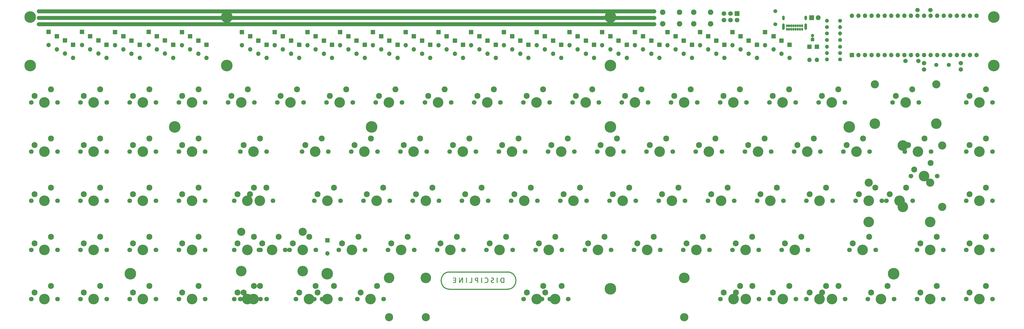
<source format=gbs>
G04 #@! TF.GenerationSoftware,KiCad,Pcbnew,(6.0.5)*
G04 #@! TF.CreationDate,2022-06-23T12:26:18-04:00*
G04 #@! TF.ProjectId,discipline-pcb,64697363-6970-46c6-996e-652d7063622e,rev?*
G04 #@! TF.SameCoordinates,Original*
G04 #@! TF.FileFunction,Soldermask,Bot*
G04 #@! TF.FilePolarity,Negative*
%FSLAX46Y46*%
G04 Gerber Fmt 4.6, Leading zero omitted, Abs format (unit mm)*
G04 Created by KiCad (PCBNEW (6.0.5)) date 2022-06-23 12:26:18*
%MOMM*%
%LPD*%
G01*
G04 APERTURE LIST*
G04 Aperture macros list*
%AMRoundRect*
0 Rectangle with rounded corners*
0 $1 Rounding radius*
0 $2 $3 $4 $5 $6 $7 $8 $9 X,Y pos of 4 corners*
0 Add a 4 corners polygon primitive as box body*
4,1,4,$2,$3,$4,$5,$6,$7,$8,$9,$2,$3,0*
0 Add four circle primitives for the rounded corners*
1,1,$1+$1,$2,$3*
1,1,$1+$1,$4,$5*
1,1,$1+$1,$6,$7*
1,1,$1+$1,$8,$9*
0 Add four rect primitives between the rounded corners*
20,1,$1+$1,$2,$3,$4,$5,0*
20,1,$1+$1,$4,$5,$6,$7,0*
20,1,$1+$1,$6,$7,$8,$9,0*
20,1,$1+$1,$8,$9,$2,$3,0*%
G04 Aperture macros list end*
%ADD10C,1.500000*%
%ADD11C,0.400000*%
%ADD12C,0.010000*%
%ADD13C,4.102000*%
%ADD14C,1.802000*%
%ADD15C,2.302000*%
%ADD16C,3.152000*%
%ADD17C,4.502000*%
%ADD18C,4.089800*%
%ADD19C,3.150000*%
%ADD20RoundRect,0.051000X-0.800000X0.800000X-0.800000X-0.800000X0.800000X-0.800000X0.800000X0.800000X0*%
%ADD21O,1.702000X1.702000*%
%ADD22C,1.502000*%
%ADD23O,1.502000X1.502000*%
%ADD24C,2.102000*%
%ADD25RoundRect,0.051000X-0.900000X-0.900000X0.900000X-0.900000X0.900000X0.900000X-0.900000X0.900000X0*%
%ADD26C,1.902000*%
%ADD27RoundRect,0.051000X0.600000X-0.600000X0.600000X0.600000X-0.600000X0.600000X-0.600000X-0.600000X0*%
%ADD28C,1.302000*%
%ADD29C,1.702000*%
%ADD30O,0.752000X1.102000*%
%ADD31O,1.002000X2.502000*%
%ADD32O,1.002000X1.802000*%
%ADD33C,1.602000*%
%ADD34RoundRect,0.051000X0.850000X0.850000X-0.850000X0.850000X-0.850000X-0.850000X0.850000X-0.850000X0*%
%ADD35RoundRect,0.051000X0.800000X-0.800000X0.800000X0.800000X-0.800000X0.800000X-0.800000X-0.800000X0*%
G04 APERTURE END LIST*
D10*
X28194000Y-71055810D02*
X266508058Y-71055810D01*
X28194000Y-66089270D02*
X266508058Y-66089270D01*
X28194000Y-68572540D02*
X266508058Y-68572540D01*
D11*
X209558894Y-167060460D02*
X187278894Y-167060460D01*
X209578894Y-173740460D02*
X187278894Y-173740460D01*
X209588894Y-173740460D02*
G75*
G03*
X209588894Y-167060460I0J3340000D01*
G01*
X187288894Y-167060460D02*
G75*
G03*
X187288894Y-173740460I0J-3340000D01*
G01*
G36*
X189068126Y-169241029D02*
G01*
X189288668Y-169243481D01*
X189447658Y-169250659D01*
X189548552Y-169262815D01*
X189594807Y-169280203D01*
X189603225Y-169302949D01*
X189614136Y-169384866D01*
X189622908Y-169514901D01*
X189629548Y-169682745D01*
X189634059Y-169878092D01*
X189636445Y-170090636D01*
X189636711Y-170310068D01*
X189634860Y-170526084D01*
X189630898Y-170728374D01*
X189624828Y-170906634D01*
X189616655Y-171050555D01*
X189606382Y-171149832D01*
X189594015Y-171194157D01*
X189581278Y-171202361D01*
X189523365Y-171216150D01*
X189419249Y-171224309D01*
X189262619Y-171227197D01*
X189047164Y-171225172D01*
X188540282Y-171216218D01*
X188540282Y-171020331D01*
X189372802Y-171002057D01*
X189372802Y-170285756D01*
X188654550Y-170285756D01*
X188654550Y-170092078D01*
X189005514Y-170082811D01*
X189356478Y-170073545D01*
X189365865Y-169771553D01*
X189375252Y-169469560D01*
X188969422Y-169469560D01*
X188948676Y-169469550D01*
X188782228Y-169468152D01*
X188669188Y-169463447D01*
X188598808Y-169454085D01*
X188560340Y-169438716D01*
X188543035Y-169415989D01*
X188535329Y-169380769D01*
X188541742Y-169301722D01*
X188543199Y-169297424D01*
X188557031Y-169275320D01*
X188586405Y-169259857D01*
X188641271Y-169249864D01*
X188731579Y-169244175D01*
X188867278Y-169241618D01*
X189058318Y-169241026D01*
X189068126Y-169241029D01*
G37*
D12*
X189068126Y-169241029D02*
X189288668Y-169243481D01*
X189447658Y-169250659D01*
X189548552Y-169262815D01*
X189594807Y-169280203D01*
X189603225Y-169302949D01*
X189614136Y-169384866D01*
X189622908Y-169514901D01*
X189629548Y-169682745D01*
X189634059Y-169878092D01*
X189636445Y-170090636D01*
X189636711Y-170310068D01*
X189634860Y-170526084D01*
X189630898Y-170728374D01*
X189624828Y-170906634D01*
X189616655Y-171050555D01*
X189606382Y-171149832D01*
X189594015Y-171194157D01*
X189581278Y-171202361D01*
X189523365Y-171216150D01*
X189419249Y-171224309D01*
X189262619Y-171227197D01*
X189047164Y-171225172D01*
X188540282Y-171216218D01*
X188540282Y-171020331D01*
X189372802Y-171002057D01*
X189372802Y-170285756D01*
X188654550Y-170285756D01*
X188654550Y-170092078D01*
X189005514Y-170082811D01*
X189356478Y-170073545D01*
X189365865Y-169771553D01*
X189375252Y-169469560D01*
X188969422Y-169469560D01*
X188948676Y-169469550D01*
X188782228Y-169468152D01*
X188669188Y-169463447D01*
X188598808Y-169454085D01*
X188560340Y-169438716D01*
X188543035Y-169415989D01*
X188535329Y-169380769D01*
X188541742Y-169301722D01*
X188543199Y-169297424D01*
X188557031Y-169275320D01*
X188586405Y-169259857D01*
X188641271Y-169249864D01*
X188731579Y-169244175D01*
X188867278Y-169241618D01*
X189058318Y-169241026D01*
X189068126Y-169241029D01*
G36*
X205721708Y-170203739D02*
G01*
X205722191Y-170259648D01*
X205723577Y-170499488D01*
X205723754Y-170717137D01*
X205722793Y-170903974D01*
X205720763Y-171051380D01*
X205717732Y-171150735D01*
X205713771Y-171193420D01*
X205676828Y-171221405D01*
X205590828Y-171226466D01*
X205484498Y-171216218D01*
X205484498Y-169257349D01*
X205713033Y-169257349D01*
X205721708Y-170203739D01*
G37*
X205721708Y-170203739D02*
X205722191Y-170259648D01*
X205723577Y-170499488D01*
X205723754Y-170717137D01*
X205722793Y-170903974D01*
X205720763Y-171051380D01*
X205717732Y-171150735D01*
X205713771Y-171193420D01*
X205676828Y-171221405D01*
X205590828Y-171226466D01*
X205484498Y-171216218D01*
X205484498Y-169257349D01*
X205713033Y-169257349D01*
X205721708Y-170203739D01*
G36*
X198218378Y-169753971D02*
G01*
X198219922Y-169973659D01*
X198220359Y-170251664D01*
X198220326Y-170303590D01*
X198219301Y-170540918D01*
X198216982Y-170755010D01*
X198213561Y-170937453D01*
X198209229Y-171079836D01*
X198204176Y-171173748D01*
X198198594Y-171210777D01*
X198197120Y-171212062D01*
X198148673Y-171226569D01*
X198068003Y-171232542D01*
X197959177Y-171232542D01*
X197959177Y-170490032D01*
X197703975Y-170475259D01*
X197619897Y-170468210D01*
X197398078Y-170421330D01*
X197227878Y-170335244D01*
X197107904Y-170208644D01*
X197036759Y-170040227D01*
X197013049Y-169828686D01*
X197015663Y-169771811D01*
X197274882Y-169771811D01*
X197280458Y-169878627D01*
X197286846Y-169932893D01*
X197334669Y-170083845D01*
X197426047Y-170188785D01*
X197564979Y-170252975D01*
X197570149Y-170254387D01*
X197679440Y-170275473D01*
X197791975Y-170284543D01*
X197885412Y-170280936D01*
X197937412Y-170263990D01*
X197945697Y-170226457D01*
X197952700Y-170136698D01*
X197957436Y-170008618D01*
X197959177Y-169855893D01*
X197959177Y-169469560D01*
X197727377Y-169469560D01*
X197676934Y-169469716D01*
X197571280Y-169474040D01*
X197501246Y-169489787D01*
X197444971Y-169524206D01*
X197380592Y-169584546D01*
X197325353Y-169642540D01*
X197286724Y-169702284D01*
X197274882Y-169771811D01*
X197015663Y-169771811D01*
X197018374Y-169712821D01*
X197055147Y-169557695D01*
X197133158Y-169437436D01*
X197259747Y-169337425D01*
X197306899Y-169310934D01*
X197375357Y-169284371D01*
X197462010Y-169266775D01*
X197582557Y-169255265D01*
X197752700Y-169246961D01*
X197886879Y-169243137D01*
X198030905Y-169244520D01*
X198123132Y-169254500D01*
X198171260Y-169273568D01*
X198181795Y-169286246D01*
X198194127Y-169318940D01*
X198203601Y-169375086D01*
X198210567Y-169461658D01*
X198210874Y-169469560D01*
X198215376Y-169585629D01*
X198218378Y-169753971D01*
G37*
X198218378Y-169753971D02*
X198219922Y-169973659D01*
X198220359Y-170251664D01*
X198220326Y-170303590D01*
X198219301Y-170540918D01*
X198216982Y-170755010D01*
X198213561Y-170937453D01*
X198209229Y-171079836D01*
X198204176Y-171173748D01*
X198198594Y-171210777D01*
X198197120Y-171212062D01*
X198148673Y-171226569D01*
X198068003Y-171232542D01*
X197959177Y-171232542D01*
X197959177Y-170490032D01*
X197703975Y-170475259D01*
X197619897Y-170468210D01*
X197398078Y-170421330D01*
X197227878Y-170335244D01*
X197107904Y-170208644D01*
X197036759Y-170040227D01*
X197013049Y-169828686D01*
X197015663Y-169771811D01*
X197274882Y-169771811D01*
X197280458Y-169878627D01*
X197286846Y-169932893D01*
X197334669Y-170083845D01*
X197426047Y-170188785D01*
X197564979Y-170252975D01*
X197570149Y-170254387D01*
X197679440Y-170275473D01*
X197791975Y-170284543D01*
X197885412Y-170280936D01*
X197937412Y-170263990D01*
X197945697Y-170226457D01*
X197952700Y-170136698D01*
X197957436Y-170008618D01*
X197959177Y-169855893D01*
X197959177Y-169469560D01*
X197727377Y-169469560D01*
X197676934Y-169469716D01*
X197571280Y-169474040D01*
X197501246Y-169489787D01*
X197444971Y-169524206D01*
X197380592Y-169584546D01*
X197325353Y-169642540D01*
X197286724Y-169702284D01*
X197274882Y-169771811D01*
X197015663Y-169771811D01*
X197018374Y-169712821D01*
X197055147Y-169557695D01*
X197133158Y-169437436D01*
X197259747Y-169337425D01*
X197306899Y-169310934D01*
X197375357Y-169284371D01*
X197462010Y-169266775D01*
X197582557Y-169255265D01*
X197752700Y-169246961D01*
X197886879Y-169243137D01*
X198030905Y-169244520D01*
X198123132Y-169254500D01*
X198171260Y-169273568D01*
X198181795Y-169286246D01*
X198194127Y-169318940D01*
X198203601Y-169375086D01*
X198210567Y-169461658D01*
X198210874Y-169469560D01*
X198215376Y-169585629D01*
X198218378Y-169753971D01*
G36*
X201648405Y-169273583D02*
G01*
X201840266Y-169376229D01*
X201953109Y-169483328D01*
X202068873Y-169664318D01*
X202149986Y-169886338D01*
X202191591Y-170138840D01*
X202192572Y-170386128D01*
X202151311Y-170636300D01*
X202068506Y-170852367D01*
X201947479Y-171028140D01*
X201791549Y-171157430D01*
X201604038Y-171234046D01*
X201498368Y-171252097D01*
X201309145Y-171256209D01*
X201123100Y-171230209D01*
X200959903Y-171177504D01*
X200839228Y-171101506D01*
X200819494Y-171079026D01*
X200783329Y-171007416D01*
X200766434Y-170929336D01*
X200771861Y-170866536D01*
X200802659Y-170840769D01*
X200804970Y-170840884D01*
X200856914Y-170860912D01*
X200928532Y-170904927D01*
X201030501Y-170965141D01*
X201210647Y-171021729D01*
X201391745Y-171024777D01*
X201561550Y-170976612D01*
X201707817Y-170879559D01*
X201818302Y-170735944D01*
X201839765Y-170693043D01*
X201867093Y-170619271D01*
X201883277Y-170532946D01*
X201891033Y-170416508D01*
X201893076Y-170252402D01*
X201892169Y-170123043D01*
X201886473Y-169998520D01*
X201872860Y-169906556D01*
X201848285Y-169828665D01*
X201809701Y-169746361D01*
X201749963Y-169647815D01*
X201626767Y-169524797D01*
X201473288Y-169458436D01*
X201284044Y-169445594D01*
X201263409Y-169447053D01*
X201102760Y-169477408D01*
X200964585Y-169546108D01*
X200914429Y-169577281D01*
X200829621Y-169612762D01*
X200781861Y-169598943D01*
X200766889Y-169535599D01*
X200779594Y-169446866D01*
X200831863Y-169370594D01*
X200936388Y-169303128D01*
X200995106Y-169276369D01*
X201207964Y-169222209D01*
X201431684Y-169221762D01*
X201648405Y-169273583D01*
G37*
X201648405Y-169273583D02*
X201840266Y-169376229D01*
X201953109Y-169483328D01*
X202068873Y-169664318D01*
X202149986Y-169886338D01*
X202191591Y-170138840D01*
X202192572Y-170386128D01*
X202151311Y-170636300D01*
X202068506Y-170852367D01*
X201947479Y-171028140D01*
X201791549Y-171157430D01*
X201604038Y-171234046D01*
X201498368Y-171252097D01*
X201309145Y-171256209D01*
X201123100Y-171230209D01*
X200959903Y-171177504D01*
X200839228Y-171101506D01*
X200819494Y-171079026D01*
X200783329Y-171007416D01*
X200766434Y-170929336D01*
X200771861Y-170866536D01*
X200802659Y-170840769D01*
X200804970Y-170840884D01*
X200856914Y-170860912D01*
X200928532Y-170904927D01*
X201030501Y-170965141D01*
X201210647Y-171021729D01*
X201391745Y-171024777D01*
X201561550Y-170976612D01*
X201707817Y-170879559D01*
X201818302Y-170735944D01*
X201839765Y-170693043D01*
X201867093Y-170619271D01*
X201883277Y-170532946D01*
X201891033Y-170416508D01*
X201893076Y-170252402D01*
X201892169Y-170123043D01*
X201886473Y-169998520D01*
X201872860Y-169906556D01*
X201848285Y-169828665D01*
X201809701Y-169746361D01*
X201749963Y-169647815D01*
X201626767Y-169524797D01*
X201473288Y-169458436D01*
X201284044Y-169445594D01*
X201263409Y-169447053D01*
X201102760Y-169477408D01*
X200964585Y-169546108D01*
X200914429Y-169577281D01*
X200829621Y-169612762D01*
X200781861Y-169598943D01*
X200766889Y-169535599D01*
X200779594Y-169446866D01*
X200831863Y-169370594D01*
X200936388Y-169303128D01*
X200995106Y-169276369D01*
X201207964Y-169222209D01*
X201431684Y-169221762D01*
X201648405Y-169273583D01*
G36*
X199583406Y-169247217D02*
G01*
X199705835Y-169257349D01*
X199714510Y-170203739D01*
X199714998Y-170260011D01*
X199716419Y-170499668D01*
X199716681Y-170717011D01*
X199715845Y-170903444D01*
X199713974Y-171050372D01*
X199711129Y-171149201D01*
X199707373Y-171191335D01*
X199704763Y-171196113D01*
X199657155Y-171221991D01*
X199576268Y-171232542D01*
X199460976Y-171232542D01*
X199460976Y-169237084D01*
X199583406Y-169247217D01*
G37*
X199583406Y-169247217D02*
X199705835Y-169257349D01*
X199714510Y-170203739D01*
X199714998Y-170260011D01*
X199716419Y-170499668D01*
X199716681Y-170717011D01*
X199715845Y-170903444D01*
X199713974Y-171050372D01*
X199711129Y-171149201D01*
X199707373Y-171191335D01*
X199704763Y-171196113D01*
X199657155Y-171221991D01*
X199576268Y-171232542D01*
X199460976Y-171232542D01*
X199460976Y-169237084D01*
X199583406Y-169247217D01*
G36*
X203822872Y-169218127D02*
G01*
X203919130Y-169232931D01*
X204096089Y-169296357D01*
X204223172Y-169401586D01*
X204299827Y-169548049D01*
X204325501Y-169735180D01*
X204325451Y-169745659D01*
X204311605Y-169883394D01*
X204267549Y-169997345D01*
X204185074Y-170097707D01*
X204055971Y-170194677D01*
X203872033Y-170298451D01*
X203830072Y-170320456D01*
X203653245Y-170424294D01*
X203533481Y-170518340D01*
X203465497Y-170607510D01*
X203444010Y-170696720D01*
X203446017Y-170734628D01*
X203487743Y-170860314D01*
X203575925Y-170954011D01*
X203700579Y-171012436D01*
X203851722Y-171032306D01*
X204019371Y-171010337D01*
X204193542Y-170943245D01*
X204237237Y-170922185D01*
X204315635Y-170893785D01*
X204360300Y-170891070D01*
X204364894Y-170894609D01*
X204386498Y-170947307D01*
X204387120Y-171023423D01*
X204365811Y-171088902D01*
X204363177Y-171092601D01*
X204299379Y-171144843D01*
X204197231Y-171196345D01*
X204080642Y-171234870D01*
X203890239Y-171261853D01*
X203680606Y-171246515D01*
X203493593Y-171184640D01*
X203340000Y-171080019D01*
X203230626Y-170936444D01*
X203224761Y-170924328D01*
X203191404Y-170801050D01*
X203183925Y-170655017D01*
X203201631Y-170514082D01*
X203243830Y-170406099D01*
X203327198Y-170311020D01*
X203490516Y-170192548D01*
X203717730Y-170076604D01*
X203837146Y-170017709D01*
X203967057Y-169926408D01*
X204040929Y-169827247D01*
X204064318Y-169714419D01*
X204054536Y-169638879D01*
X203997427Y-169534867D01*
X203898753Y-169465224D01*
X203769421Y-169433814D01*
X203620337Y-169444501D01*
X203462408Y-169501151D01*
X203428934Y-169517150D01*
X203352249Y-169545166D01*
X203308590Y-169548195D01*
X203288861Y-169517845D01*
X203282078Y-169444013D01*
X203299944Y-169359641D01*
X203342170Y-169314804D01*
X203434659Y-169270546D01*
X203557730Y-169236400D01*
X203693196Y-169217286D01*
X203822872Y-169218127D01*
G37*
X203822872Y-169218127D02*
X203919130Y-169232931D01*
X204096089Y-169296357D01*
X204223172Y-169401586D01*
X204299827Y-169548049D01*
X204325501Y-169735180D01*
X204325451Y-169745659D01*
X204311605Y-169883394D01*
X204267549Y-169997345D01*
X204185074Y-170097707D01*
X204055971Y-170194677D01*
X203872033Y-170298451D01*
X203830072Y-170320456D01*
X203653245Y-170424294D01*
X203533481Y-170518340D01*
X203465497Y-170607510D01*
X203444010Y-170696720D01*
X203446017Y-170734628D01*
X203487743Y-170860314D01*
X203575925Y-170954011D01*
X203700579Y-171012436D01*
X203851722Y-171032306D01*
X204019371Y-171010337D01*
X204193542Y-170943245D01*
X204237237Y-170922185D01*
X204315635Y-170893785D01*
X204360300Y-170891070D01*
X204364894Y-170894609D01*
X204386498Y-170947307D01*
X204387120Y-171023423D01*
X204365811Y-171088902D01*
X204363177Y-171092601D01*
X204299379Y-171144843D01*
X204197231Y-171196345D01*
X204080642Y-171234870D01*
X203890239Y-171261853D01*
X203680606Y-171246515D01*
X203493593Y-171184640D01*
X203340000Y-171080019D01*
X203230626Y-170936444D01*
X203224761Y-170924328D01*
X203191404Y-170801050D01*
X203183925Y-170655017D01*
X203201631Y-170514082D01*
X203243830Y-170406099D01*
X203327198Y-170311020D01*
X203490516Y-170192548D01*
X203717730Y-170076604D01*
X203837146Y-170017709D01*
X203967057Y-169926408D01*
X204040929Y-169827247D01*
X204064318Y-169714419D01*
X204054536Y-169638879D01*
X203997427Y-169534867D01*
X203898753Y-169465224D01*
X203769421Y-169433814D01*
X203620337Y-169444501D01*
X203462408Y-169501151D01*
X203428934Y-169517150D01*
X203352249Y-169545166D01*
X203308590Y-169548195D01*
X203288861Y-169517845D01*
X203282078Y-169444013D01*
X203299944Y-169359641D01*
X203342170Y-169314804D01*
X203434659Y-169270546D01*
X203557730Y-169236400D01*
X203693196Y-169217286D01*
X203822872Y-169218127D01*
G36*
X195869717Y-170213048D02*
G01*
X195869632Y-170297738D01*
X195868434Y-170537728D01*
X195865965Y-170753637D01*
X195862412Y-170937224D01*
X195857962Y-171080244D01*
X195852800Y-171174455D01*
X195847115Y-171211614D01*
X195838280Y-171214918D01*
X195775950Y-171221449D01*
X195665542Y-171225565D01*
X195519242Y-171226932D01*
X195349236Y-171225217D01*
X194873958Y-171216218D01*
X194873958Y-171020331D01*
X195607472Y-171001879D01*
X195624858Y-169257349D01*
X195747287Y-169247217D01*
X195869717Y-169237084D01*
X195869717Y-170213048D01*
G37*
X195869717Y-170213048D02*
X195869632Y-170297738D01*
X195868434Y-170537728D01*
X195865965Y-170753637D01*
X195862412Y-170937224D01*
X195857962Y-171080244D01*
X195852800Y-171174455D01*
X195847115Y-171211614D01*
X195838280Y-171214918D01*
X195775950Y-171221449D01*
X195665542Y-171225565D01*
X195519242Y-171226932D01*
X195349236Y-171225217D01*
X194873958Y-171216218D01*
X194873958Y-171020331D01*
X195607472Y-171001879D01*
X195624858Y-169257349D01*
X195747287Y-169247217D01*
X195869717Y-169237084D01*
X195869717Y-170213048D01*
G36*
X208366661Y-170259342D02*
G01*
X208368015Y-170499336D01*
X208368122Y-170717242D01*
X208367055Y-170904421D01*
X208364891Y-171052230D01*
X208361703Y-171152030D01*
X208357568Y-171195181D01*
X208350341Y-171203860D01*
X208291091Y-171222921D01*
X208185827Y-171233084D01*
X208048368Y-171235035D01*
X207892531Y-171229462D01*
X207732133Y-171217051D01*
X207580991Y-171198490D01*
X207452924Y-171174465D01*
X207361748Y-171145664D01*
X207180350Y-171036109D01*
X207036402Y-170882721D01*
X206934938Y-170684417D01*
X206872619Y-170436352D01*
X206864556Y-170320585D01*
X207140198Y-170320585D01*
X207163862Y-170514114D01*
X207223487Y-170696187D01*
X207320557Y-170832841D01*
X207458447Y-170930550D01*
X207481123Y-170941591D01*
X207583715Y-170979313D01*
X207701175Y-170998596D01*
X207858383Y-171004008D01*
X208112647Y-171004008D01*
X208112647Y-169469560D01*
X207866740Y-169469560D01*
X207680081Y-169478868D01*
X207531378Y-169512285D01*
X207412159Y-169576073D01*
X207305478Y-169676479D01*
X207249015Y-169750350D01*
X207176615Y-169903128D01*
X207141379Y-170089167D01*
X207140198Y-170320585D01*
X206864556Y-170320585D01*
X206854510Y-170176351D01*
X206883370Y-169932703D01*
X206956305Y-169716400D01*
X207070157Y-169536785D01*
X207221770Y-169403200D01*
X207228923Y-169398707D01*
X207381855Y-169322707D01*
X207558449Y-169273884D01*
X207771558Y-169249781D01*
X208034034Y-169247943D01*
X208357506Y-169257349D01*
X208359452Y-169469560D01*
X208366181Y-170203739D01*
X208366661Y-170259342D01*
G37*
X208366661Y-170259342D02*
X208368015Y-170499336D01*
X208368122Y-170717242D01*
X208367055Y-170904421D01*
X208364891Y-171052230D01*
X208361703Y-171152030D01*
X208357568Y-171195181D01*
X208350341Y-171203860D01*
X208291091Y-171222921D01*
X208185827Y-171233084D01*
X208048368Y-171235035D01*
X207892531Y-171229462D01*
X207732133Y-171217051D01*
X207580991Y-171198490D01*
X207452924Y-171174465D01*
X207361748Y-171145664D01*
X207180350Y-171036109D01*
X207036402Y-170882721D01*
X206934938Y-170684417D01*
X206872619Y-170436352D01*
X206864556Y-170320585D01*
X207140198Y-170320585D01*
X207163862Y-170514114D01*
X207223487Y-170696187D01*
X207320557Y-170832841D01*
X207458447Y-170930550D01*
X207481123Y-170941591D01*
X207583715Y-170979313D01*
X207701175Y-170998596D01*
X207858383Y-171004008D01*
X208112647Y-171004008D01*
X208112647Y-169469560D01*
X207866740Y-169469560D01*
X207680081Y-169478868D01*
X207531378Y-169512285D01*
X207412159Y-169576073D01*
X207305478Y-169676479D01*
X207249015Y-169750350D01*
X207176615Y-169903128D01*
X207141379Y-170089167D01*
X207140198Y-170320585D01*
X206864556Y-170320585D01*
X206854510Y-170176351D01*
X206883370Y-169932703D01*
X206956305Y-169716400D01*
X207070157Y-169536785D01*
X207221770Y-169403200D01*
X207228923Y-169398707D01*
X207381855Y-169322707D01*
X207558449Y-169273884D01*
X207771558Y-169249781D01*
X208034034Y-169247943D01*
X208357506Y-169257349D01*
X208359452Y-169469560D01*
X208366181Y-170203739D01*
X208366661Y-170259342D01*
G36*
X193845552Y-171236484D02*
G01*
X193600694Y-171216218D01*
X193600694Y-169257349D01*
X193723123Y-169247217D01*
X193845552Y-169237084D01*
X193845552Y-171236484D01*
G37*
X193845552Y-171236484D02*
X193600694Y-171216218D01*
X193600694Y-169257349D01*
X193723123Y-169247217D01*
X193845552Y-169237084D01*
X193845552Y-171236484D01*
G36*
X190980225Y-169247083D02*
G01*
X191086812Y-169257349D01*
X191119460Y-170832601D01*
X191511233Y-170114249D01*
X191593491Y-169964122D01*
X191699406Y-169772916D01*
X191794424Y-169603720D01*
X191873515Y-169465398D01*
X191931651Y-169366811D01*
X191963800Y-169316822D01*
X192012844Y-169267529D01*
X192075221Y-169246989D01*
X192176011Y-169247548D01*
X192327429Y-169257349D01*
X192336073Y-170247050D01*
X192344716Y-171236751D01*
X192238129Y-171226485D01*
X192131542Y-171216218D01*
X192122804Y-170384307D01*
X192114065Y-169552396D01*
X191671494Y-170351659D01*
X191659676Y-170372982D01*
X191542855Y-170581612D01*
X191434258Y-170771858D01*
X191338490Y-170935928D01*
X191260153Y-171066033D01*
X191203853Y-171154382D01*
X191174191Y-171193186D01*
X191170873Y-171195588D01*
X191098749Y-171220816D01*
X191005192Y-171225833D01*
X190890925Y-171216218D01*
X190882281Y-170226518D01*
X190873637Y-169236817D01*
X190980225Y-169247083D01*
G37*
X190980225Y-169247083D02*
X191086812Y-169257349D01*
X191119460Y-170832601D01*
X191511233Y-170114249D01*
X191593491Y-169964122D01*
X191699406Y-169772916D01*
X191794424Y-169603720D01*
X191873515Y-169465398D01*
X191931651Y-169366811D01*
X191963800Y-169316822D01*
X192012844Y-169267529D01*
X192075221Y-169246989D01*
X192176011Y-169247548D01*
X192327429Y-169257349D01*
X192336073Y-170247050D01*
X192344716Y-171236751D01*
X192238129Y-171226485D01*
X192131542Y-171216218D01*
X192122804Y-170384307D01*
X192114065Y-169552396D01*
X191671494Y-170351659D01*
X191659676Y-170372982D01*
X191542855Y-170581612D01*
X191434258Y-170771858D01*
X191338490Y-170935928D01*
X191260153Y-171066033D01*
X191203853Y-171154382D01*
X191174191Y-171193186D01*
X191170873Y-171195588D01*
X191098749Y-171220816D01*
X191005192Y-171225833D01*
X190890925Y-171216218D01*
X190882281Y-170226518D01*
X190873637Y-169236817D01*
X190980225Y-169247083D01*
D10*
X28194000Y-71055810D02*
X266508058Y-71055810D01*
X28194000Y-66089270D02*
X266508058Y-66089270D01*
X28194000Y-68572540D02*
X266508058Y-68572540D01*
D11*
X209558894Y-167060460D02*
X187278894Y-167060460D01*
X209578894Y-173740460D02*
X187278894Y-173740460D01*
X209588894Y-173740460D02*
G75*
G03*
X209588894Y-167060460I0J3340000D01*
G01*
X187288894Y-167060460D02*
G75*
G03*
X187288894Y-173740460I0J-3340000D01*
G01*
G36*
X189068126Y-169241029D02*
G01*
X189288668Y-169243481D01*
X189447658Y-169250659D01*
X189548552Y-169262815D01*
X189594807Y-169280203D01*
X189603225Y-169302949D01*
X189614136Y-169384866D01*
X189622908Y-169514901D01*
X189629548Y-169682745D01*
X189634059Y-169878092D01*
X189636445Y-170090636D01*
X189636711Y-170310068D01*
X189634860Y-170526084D01*
X189630898Y-170728374D01*
X189624828Y-170906634D01*
X189616655Y-171050555D01*
X189606382Y-171149832D01*
X189594015Y-171194157D01*
X189581278Y-171202361D01*
X189523365Y-171216150D01*
X189419249Y-171224309D01*
X189262619Y-171227197D01*
X189047164Y-171225172D01*
X188540282Y-171216218D01*
X188540282Y-171020331D01*
X189372802Y-171002057D01*
X189372802Y-170285756D01*
X188654550Y-170285756D01*
X188654550Y-170092078D01*
X189005514Y-170082811D01*
X189356478Y-170073545D01*
X189365865Y-169771553D01*
X189375252Y-169469560D01*
X188969422Y-169469560D01*
X188948676Y-169469550D01*
X188782228Y-169468152D01*
X188669188Y-169463447D01*
X188598808Y-169454085D01*
X188560340Y-169438716D01*
X188543035Y-169415989D01*
X188535329Y-169380769D01*
X188541742Y-169301722D01*
X188543199Y-169297424D01*
X188557031Y-169275320D01*
X188586405Y-169259857D01*
X188641271Y-169249864D01*
X188731579Y-169244175D01*
X188867278Y-169241618D01*
X189058318Y-169241026D01*
X189068126Y-169241029D01*
G37*
D12*
X189068126Y-169241029D02*
X189288668Y-169243481D01*
X189447658Y-169250659D01*
X189548552Y-169262815D01*
X189594807Y-169280203D01*
X189603225Y-169302949D01*
X189614136Y-169384866D01*
X189622908Y-169514901D01*
X189629548Y-169682745D01*
X189634059Y-169878092D01*
X189636445Y-170090636D01*
X189636711Y-170310068D01*
X189634860Y-170526084D01*
X189630898Y-170728374D01*
X189624828Y-170906634D01*
X189616655Y-171050555D01*
X189606382Y-171149832D01*
X189594015Y-171194157D01*
X189581278Y-171202361D01*
X189523365Y-171216150D01*
X189419249Y-171224309D01*
X189262619Y-171227197D01*
X189047164Y-171225172D01*
X188540282Y-171216218D01*
X188540282Y-171020331D01*
X189372802Y-171002057D01*
X189372802Y-170285756D01*
X188654550Y-170285756D01*
X188654550Y-170092078D01*
X189005514Y-170082811D01*
X189356478Y-170073545D01*
X189365865Y-169771553D01*
X189375252Y-169469560D01*
X188969422Y-169469560D01*
X188948676Y-169469550D01*
X188782228Y-169468152D01*
X188669188Y-169463447D01*
X188598808Y-169454085D01*
X188560340Y-169438716D01*
X188543035Y-169415989D01*
X188535329Y-169380769D01*
X188541742Y-169301722D01*
X188543199Y-169297424D01*
X188557031Y-169275320D01*
X188586405Y-169259857D01*
X188641271Y-169249864D01*
X188731579Y-169244175D01*
X188867278Y-169241618D01*
X189058318Y-169241026D01*
X189068126Y-169241029D01*
G36*
X205721708Y-170203739D02*
G01*
X205722191Y-170259648D01*
X205723577Y-170499488D01*
X205723754Y-170717137D01*
X205722793Y-170903974D01*
X205720763Y-171051380D01*
X205717732Y-171150735D01*
X205713771Y-171193420D01*
X205676828Y-171221405D01*
X205590828Y-171226466D01*
X205484498Y-171216218D01*
X205484498Y-169257349D01*
X205713033Y-169257349D01*
X205721708Y-170203739D01*
G37*
X205721708Y-170203739D02*
X205722191Y-170259648D01*
X205723577Y-170499488D01*
X205723754Y-170717137D01*
X205722793Y-170903974D01*
X205720763Y-171051380D01*
X205717732Y-171150735D01*
X205713771Y-171193420D01*
X205676828Y-171221405D01*
X205590828Y-171226466D01*
X205484498Y-171216218D01*
X205484498Y-169257349D01*
X205713033Y-169257349D01*
X205721708Y-170203739D01*
G36*
X198218378Y-169753971D02*
G01*
X198219922Y-169973659D01*
X198220359Y-170251664D01*
X198220326Y-170303590D01*
X198219301Y-170540918D01*
X198216982Y-170755010D01*
X198213561Y-170937453D01*
X198209229Y-171079836D01*
X198204176Y-171173748D01*
X198198594Y-171210777D01*
X198197120Y-171212062D01*
X198148673Y-171226569D01*
X198068003Y-171232542D01*
X197959177Y-171232542D01*
X197959177Y-170490032D01*
X197703975Y-170475259D01*
X197619897Y-170468210D01*
X197398078Y-170421330D01*
X197227878Y-170335244D01*
X197107904Y-170208644D01*
X197036759Y-170040227D01*
X197013049Y-169828686D01*
X197015663Y-169771811D01*
X197274882Y-169771811D01*
X197280458Y-169878627D01*
X197286846Y-169932893D01*
X197334669Y-170083845D01*
X197426047Y-170188785D01*
X197564979Y-170252975D01*
X197570149Y-170254387D01*
X197679440Y-170275473D01*
X197791975Y-170284543D01*
X197885412Y-170280936D01*
X197937412Y-170263990D01*
X197945697Y-170226457D01*
X197952700Y-170136698D01*
X197957436Y-170008618D01*
X197959177Y-169855893D01*
X197959177Y-169469560D01*
X197727377Y-169469560D01*
X197676934Y-169469716D01*
X197571280Y-169474040D01*
X197501246Y-169489787D01*
X197444971Y-169524206D01*
X197380592Y-169584546D01*
X197325353Y-169642540D01*
X197286724Y-169702284D01*
X197274882Y-169771811D01*
X197015663Y-169771811D01*
X197018374Y-169712821D01*
X197055147Y-169557695D01*
X197133158Y-169437436D01*
X197259747Y-169337425D01*
X197306899Y-169310934D01*
X197375357Y-169284371D01*
X197462010Y-169266775D01*
X197582557Y-169255265D01*
X197752700Y-169246961D01*
X197886879Y-169243137D01*
X198030905Y-169244520D01*
X198123132Y-169254500D01*
X198171260Y-169273568D01*
X198181795Y-169286246D01*
X198194127Y-169318940D01*
X198203601Y-169375086D01*
X198210567Y-169461658D01*
X198210874Y-169469560D01*
X198215376Y-169585629D01*
X198218378Y-169753971D01*
G37*
X198218378Y-169753971D02*
X198219922Y-169973659D01*
X198220359Y-170251664D01*
X198220326Y-170303590D01*
X198219301Y-170540918D01*
X198216982Y-170755010D01*
X198213561Y-170937453D01*
X198209229Y-171079836D01*
X198204176Y-171173748D01*
X198198594Y-171210777D01*
X198197120Y-171212062D01*
X198148673Y-171226569D01*
X198068003Y-171232542D01*
X197959177Y-171232542D01*
X197959177Y-170490032D01*
X197703975Y-170475259D01*
X197619897Y-170468210D01*
X197398078Y-170421330D01*
X197227878Y-170335244D01*
X197107904Y-170208644D01*
X197036759Y-170040227D01*
X197013049Y-169828686D01*
X197015663Y-169771811D01*
X197274882Y-169771811D01*
X197280458Y-169878627D01*
X197286846Y-169932893D01*
X197334669Y-170083845D01*
X197426047Y-170188785D01*
X197564979Y-170252975D01*
X197570149Y-170254387D01*
X197679440Y-170275473D01*
X197791975Y-170284543D01*
X197885412Y-170280936D01*
X197937412Y-170263990D01*
X197945697Y-170226457D01*
X197952700Y-170136698D01*
X197957436Y-170008618D01*
X197959177Y-169855893D01*
X197959177Y-169469560D01*
X197727377Y-169469560D01*
X197676934Y-169469716D01*
X197571280Y-169474040D01*
X197501246Y-169489787D01*
X197444971Y-169524206D01*
X197380592Y-169584546D01*
X197325353Y-169642540D01*
X197286724Y-169702284D01*
X197274882Y-169771811D01*
X197015663Y-169771811D01*
X197018374Y-169712821D01*
X197055147Y-169557695D01*
X197133158Y-169437436D01*
X197259747Y-169337425D01*
X197306899Y-169310934D01*
X197375357Y-169284371D01*
X197462010Y-169266775D01*
X197582557Y-169255265D01*
X197752700Y-169246961D01*
X197886879Y-169243137D01*
X198030905Y-169244520D01*
X198123132Y-169254500D01*
X198171260Y-169273568D01*
X198181795Y-169286246D01*
X198194127Y-169318940D01*
X198203601Y-169375086D01*
X198210567Y-169461658D01*
X198210874Y-169469560D01*
X198215376Y-169585629D01*
X198218378Y-169753971D01*
G36*
X201648405Y-169273583D02*
G01*
X201840266Y-169376229D01*
X201953109Y-169483328D01*
X202068873Y-169664318D01*
X202149986Y-169886338D01*
X202191591Y-170138840D01*
X202192572Y-170386128D01*
X202151311Y-170636300D01*
X202068506Y-170852367D01*
X201947479Y-171028140D01*
X201791549Y-171157430D01*
X201604038Y-171234046D01*
X201498368Y-171252097D01*
X201309145Y-171256209D01*
X201123100Y-171230209D01*
X200959903Y-171177504D01*
X200839228Y-171101506D01*
X200819494Y-171079026D01*
X200783329Y-171007416D01*
X200766434Y-170929336D01*
X200771861Y-170866536D01*
X200802659Y-170840769D01*
X200804970Y-170840884D01*
X200856914Y-170860912D01*
X200928532Y-170904927D01*
X201030501Y-170965141D01*
X201210647Y-171021729D01*
X201391745Y-171024777D01*
X201561550Y-170976612D01*
X201707817Y-170879559D01*
X201818302Y-170735944D01*
X201839765Y-170693043D01*
X201867093Y-170619271D01*
X201883277Y-170532946D01*
X201891033Y-170416508D01*
X201893076Y-170252402D01*
X201892169Y-170123043D01*
X201886473Y-169998520D01*
X201872860Y-169906556D01*
X201848285Y-169828665D01*
X201809701Y-169746361D01*
X201749963Y-169647815D01*
X201626767Y-169524797D01*
X201473288Y-169458436D01*
X201284044Y-169445594D01*
X201263409Y-169447053D01*
X201102760Y-169477408D01*
X200964585Y-169546108D01*
X200914429Y-169577281D01*
X200829621Y-169612762D01*
X200781861Y-169598943D01*
X200766889Y-169535599D01*
X200779594Y-169446866D01*
X200831863Y-169370594D01*
X200936388Y-169303128D01*
X200995106Y-169276369D01*
X201207964Y-169222209D01*
X201431684Y-169221762D01*
X201648405Y-169273583D01*
G37*
X201648405Y-169273583D02*
X201840266Y-169376229D01*
X201953109Y-169483328D01*
X202068873Y-169664318D01*
X202149986Y-169886338D01*
X202191591Y-170138840D01*
X202192572Y-170386128D01*
X202151311Y-170636300D01*
X202068506Y-170852367D01*
X201947479Y-171028140D01*
X201791549Y-171157430D01*
X201604038Y-171234046D01*
X201498368Y-171252097D01*
X201309145Y-171256209D01*
X201123100Y-171230209D01*
X200959903Y-171177504D01*
X200839228Y-171101506D01*
X200819494Y-171079026D01*
X200783329Y-171007416D01*
X200766434Y-170929336D01*
X200771861Y-170866536D01*
X200802659Y-170840769D01*
X200804970Y-170840884D01*
X200856914Y-170860912D01*
X200928532Y-170904927D01*
X201030501Y-170965141D01*
X201210647Y-171021729D01*
X201391745Y-171024777D01*
X201561550Y-170976612D01*
X201707817Y-170879559D01*
X201818302Y-170735944D01*
X201839765Y-170693043D01*
X201867093Y-170619271D01*
X201883277Y-170532946D01*
X201891033Y-170416508D01*
X201893076Y-170252402D01*
X201892169Y-170123043D01*
X201886473Y-169998520D01*
X201872860Y-169906556D01*
X201848285Y-169828665D01*
X201809701Y-169746361D01*
X201749963Y-169647815D01*
X201626767Y-169524797D01*
X201473288Y-169458436D01*
X201284044Y-169445594D01*
X201263409Y-169447053D01*
X201102760Y-169477408D01*
X200964585Y-169546108D01*
X200914429Y-169577281D01*
X200829621Y-169612762D01*
X200781861Y-169598943D01*
X200766889Y-169535599D01*
X200779594Y-169446866D01*
X200831863Y-169370594D01*
X200936388Y-169303128D01*
X200995106Y-169276369D01*
X201207964Y-169222209D01*
X201431684Y-169221762D01*
X201648405Y-169273583D01*
G36*
X199583406Y-169247217D02*
G01*
X199705835Y-169257349D01*
X199714510Y-170203739D01*
X199714998Y-170260011D01*
X199716419Y-170499668D01*
X199716681Y-170717011D01*
X199715845Y-170903444D01*
X199713974Y-171050372D01*
X199711129Y-171149201D01*
X199707373Y-171191335D01*
X199704763Y-171196113D01*
X199657155Y-171221991D01*
X199576268Y-171232542D01*
X199460976Y-171232542D01*
X199460976Y-169237084D01*
X199583406Y-169247217D01*
G37*
X199583406Y-169247217D02*
X199705835Y-169257349D01*
X199714510Y-170203739D01*
X199714998Y-170260011D01*
X199716419Y-170499668D01*
X199716681Y-170717011D01*
X199715845Y-170903444D01*
X199713974Y-171050372D01*
X199711129Y-171149201D01*
X199707373Y-171191335D01*
X199704763Y-171196113D01*
X199657155Y-171221991D01*
X199576268Y-171232542D01*
X199460976Y-171232542D01*
X199460976Y-169237084D01*
X199583406Y-169247217D01*
G36*
X203822872Y-169218127D02*
G01*
X203919130Y-169232931D01*
X204096089Y-169296357D01*
X204223172Y-169401586D01*
X204299827Y-169548049D01*
X204325501Y-169735180D01*
X204325451Y-169745659D01*
X204311605Y-169883394D01*
X204267549Y-169997345D01*
X204185074Y-170097707D01*
X204055971Y-170194677D01*
X203872033Y-170298451D01*
X203830072Y-170320456D01*
X203653245Y-170424294D01*
X203533481Y-170518340D01*
X203465497Y-170607510D01*
X203444010Y-170696720D01*
X203446017Y-170734628D01*
X203487743Y-170860314D01*
X203575925Y-170954011D01*
X203700579Y-171012436D01*
X203851722Y-171032306D01*
X204019371Y-171010337D01*
X204193542Y-170943245D01*
X204237237Y-170922185D01*
X204315635Y-170893785D01*
X204360300Y-170891070D01*
X204364894Y-170894609D01*
X204386498Y-170947307D01*
X204387120Y-171023423D01*
X204365811Y-171088902D01*
X204363177Y-171092601D01*
X204299379Y-171144843D01*
X204197231Y-171196345D01*
X204080642Y-171234870D01*
X203890239Y-171261853D01*
X203680606Y-171246515D01*
X203493593Y-171184640D01*
X203340000Y-171080019D01*
X203230626Y-170936444D01*
X203224761Y-170924328D01*
X203191404Y-170801050D01*
X203183925Y-170655017D01*
X203201631Y-170514082D01*
X203243830Y-170406099D01*
X203327198Y-170311020D01*
X203490516Y-170192548D01*
X203717730Y-170076604D01*
X203837146Y-170017709D01*
X203967057Y-169926408D01*
X204040929Y-169827247D01*
X204064318Y-169714419D01*
X204054536Y-169638879D01*
X203997427Y-169534867D01*
X203898753Y-169465224D01*
X203769421Y-169433814D01*
X203620337Y-169444501D01*
X203462408Y-169501151D01*
X203428934Y-169517150D01*
X203352249Y-169545166D01*
X203308590Y-169548195D01*
X203288861Y-169517845D01*
X203282078Y-169444013D01*
X203299944Y-169359641D01*
X203342170Y-169314804D01*
X203434659Y-169270546D01*
X203557730Y-169236400D01*
X203693196Y-169217286D01*
X203822872Y-169218127D01*
G37*
X203822872Y-169218127D02*
X203919130Y-169232931D01*
X204096089Y-169296357D01*
X204223172Y-169401586D01*
X204299827Y-169548049D01*
X204325501Y-169735180D01*
X204325451Y-169745659D01*
X204311605Y-169883394D01*
X204267549Y-169997345D01*
X204185074Y-170097707D01*
X204055971Y-170194677D01*
X203872033Y-170298451D01*
X203830072Y-170320456D01*
X203653245Y-170424294D01*
X203533481Y-170518340D01*
X203465497Y-170607510D01*
X203444010Y-170696720D01*
X203446017Y-170734628D01*
X203487743Y-170860314D01*
X203575925Y-170954011D01*
X203700579Y-171012436D01*
X203851722Y-171032306D01*
X204019371Y-171010337D01*
X204193542Y-170943245D01*
X204237237Y-170922185D01*
X204315635Y-170893785D01*
X204360300Y-170891070D01*
X204364894Y-170894609D01*
X204386498Y-170947307D01*
X204387120Y-171023423D01*
X204365811Y-171088902D01*
X204363177Y-171092601D01*
X204299379Y-171144843D01*
X204197231Y-171196345D01*
X204080642Y-171234870D01*
X203890239Y-171261853D01*
X203680606Y-171246515D01*
X203493593Y-171184640D01*
X203340000Y-171080019D01*
X203230626Y-170936444D01*
X203224761Y-170924328D01*
X203191404Y-170801050D01*
X203183925Y-170655017D01*
X203201631Y-170514082D01*
X203243830Y-170406099D01*
X203327198Y-170311020D01*
X203490516Y-170192548D01*
X203717730Y-170076604D01*
X203837146Y-170017709D01*
X203967057Y-169926408D01*
X204040929Y-169827247D01*
X204064318Y-169714419D01*
X204054536Y-169638879D01*
X203997427Y-169534867D01*
X203898753Y-169465224D01*
X203769421Y-169433814D01*
X203620337Y-169444501D01*
X203462408Y-169501151D01*
X203428934Y-169517150D01*
X203352249Y-169545166D01*
X203308590Y-169548195D01*
X203288861Y-169517845D01*
X203282078Y-169444013D01*
X203299944Y-169359641D01*
X203342170Y-169314804D01*
X203434659Y-169270546D01*
X203557730Y-169236400D01*
X203693196Y-169217286D01*
X203822872Y-169218127D01*
G36*
X195869717Y-170213048D02*
G01*
X195869632Y-170297738D01*
X195868434Y-170537728D01*
X195865965Y-170753637D01*
X195862412Y-170937224D01*
X195857962Y-171080244D01*
X195852800Y-171174455D01*
X195847115Y-171211614D01*
X195838280Y-171214918D01*
X195775950Y-171221449D01*
X195665542Y-171225565D01*
X195519242Y-171226932D01*
X195349236Y-171225217D01*
X194873958Y-171216218D01*
X194873958Y-171020331D01*
X195607472Y-171001879D01*
X195624858Y-169257349D01*
X195747287Y-169247217D01*
X195869717Y-169237084D01*
X195869717Y-170213048D01*
G37*
X195869717Y-170213048D02*
X195869632Y-170297738D01*
X195868434Y-170537728D01*
X195865965Y-170753637D01*
X195862412Y-170937224D01*
X195857962Y-171080244D01*
X195852800Y-171174455D01*
X195847115Y-171211614D01*
X195838280Y-171214918D01*
X195775950Y-171221449D01*
X195665542Y-171225565D01*
X195519242Y-171226932D01*
X195349236Y-171225217D01*
X194873958Y-171216218D01*
X194873958Y-171020331D01*
X195607472Y-171001879D01*
X195624858Y-169257349D01*
X195747287Y-169247217D01*
X195869717Y-169237084D01*
X195869717Y-170213048D01*
G36*
X208366661Y-170259342D02*
G01*
X208368015Y-170499336D01*
X208368122Y-170717242D01*
X208367055Y-170904421D01*
X208364891Y-171052230D01*
X208361703Y-171152030D01*
X208357568Y-171195181D01*
X208350341Y-171203860D01*
X208291091Y-171222921D01*
X208185827Y-171233084D01*
X208048368Y-171235035D01*
X207892531Y-171229462D01*
X207732133Y-171217051D01*
X207580991Y-171198490D01*
X207452924Y-171174465D01*
X207361748Y-171145664D01*
X207180350Y-171036109D01*
X207036402Y-170882721D01*
X206934938Y-170684417D01*
X206872619Y-170436352D01*
X206864556Y-170320585D01*
X207140198Y-170320585D01*
X207163862Y-170514114D01*
X207223487Y-170696187D01*
X207320557Y-170832841D01*
X207458447Y-170930550D01*
X207481123Y-170941591D01*
X207583715Y-170979313D01*
X207701175Y-170998596D01*
X207858383Y-171004008D01*
X208112647Y-171004008D01*
X208112647Y-169469560D01*
X207866740Y-169469560D01*
X207680081Y-169478868D01*
X207531378Y-169512285D01*
X207412159Y-169576073D01*
X207305478Y-169676479D01*
X207249015Y-169750350D01*
X207176615Y-169903128D01*
X207141379Y-170089167D01*
X207140198Y-170320585D01*
X206864556Y-170320585D01*
X206854510Y-170176351D01*
X206883370Y-169932703D01*
X206956305Y-169716400D01*
X207070157Y-169536785D01*
X207221770Y-169403200D01*
X207228923Y-169398707D01*
X207381855Y-169322707D01*
X207558449Y-169273884D01*
X207771558Y-169249781D01*
X208034034Y-169247943D01*
X208357506Y-169257349D01*
X208359452Y-169469560D01*
X208366181Y-170203739D01*
X208366661Y-170259342D01*
G37*
X208366661Y-170259342D02*
X208368015Y-170499336D01*
X208368122Y-170717242D01*
X208367055Y-170904421D01*
X208364891Y-171052230D01*
X208361703Y-171152030D01*
X208357568Y-171195181D01*
X208350341Y-171203860D01*
X208291091Y-171222921D01*
X208185827Y-171233084D01*
X208048368Y-171235035D01*
X207892531Y-171229462D01*
X207732133Y-171217051D01*
X207580991Y-171198490D01*
X207452924Y-171174465D01*
X207361748Y-171145664D01*
X207180350Y-171036109D01*
X207036402Y-170882721D01*
X206934938Y-170684417D01*
X206872619Y-170436352D01*
X206864556Y-170320585D01*
X207140198Y-170320585D01*
X207163862Y-170514114D01*
X207223487Y-170696187D01*
X207320557Y-170832841D01*
X207458447Y-170930550D01*
X207481123Y-170941591D01*
X207583715Y-170979313D01*
X207701175Y-170998596D01*
X207858383Y-171004008D01*
X208112647Y-171004008D01*
X208112647Y-169469560D01*
X207866740Y-169469560D01*
X207680081Y-169478868D01*
X207531378Y-169512285D01*
X207412159Y-169576073D01*
X207305478Y-169676479D01*
X207249015Y-169750350D01*
X207176615Y-169903128D01*
X207141379Y-170089167D01*
X207140198Y-170320585D01*
X206864556Y-170320585D01*
X206854510Y-170176351D01*
X206883370Y-169932703D01*
X206956305Y-169716400D01*
X207070157Y-169536785D01*
X207221770Y-169403200D01*
X207228923Y-169398707D01*
X207381855Y-169322707D01*
X207558449Y-169273884D01*
X207771558Y-169249781D01*
X208034034Y-169247943D01*
X208357506Y-169257349D01*
X208359452Y-169469560D01*
X208366181Y-170203739D01*
X208366661Y-170259342D01*
G36*
X193845552Y-171236484D02*
G01*
X193600694Y-171216218D01*
X193600694Y-169257349D01*
X193723123Y-169247217D01*
X193845552Y-169237084D01*
X193845552Y-171236484D01*
G37*
X193845552Y-171236484D02*
X193600694Y-171216218D01*
X193600694Y-169257349D01*
X193723123Y-169247217D01*
X193845552Y-169237084D01*
X193845552Y-171236484D01*
G36*
X190980225Y-169247083D02*
G01*
X191086812Y-169257349D01*
X191119460Y-170832601D01*
X191511233Y-170114249D01*
X191593491Y-169964122D01*
X191699406Y-169772916D01*
X191794424Y-169603720D01*
X191873515Y-169465398D01*
X191931651Y-169366811D01*
X191963800Y-169316822D01*
X192012844Y-169267529D01*
X192075221Y-169246989D01*
X192176011Y-169247548D01*
X192327429Y-169257349D01*
X192336073Y-170247050D01*
X192344716Y-171236751D01*
X192238129Y-171226485D01*
X192131542Y-171216218D01*
X192122804Y-170384307D01*
X192114065Y-169552396D01*
X191671494Y-170351659D01*
X191659676Y-170372982D01*
X191542855Y-170581612D01*
X191434258Y-170771858D01*
X191338490Y-170935928D01*
X191260153Y-171066033D01*
X191203853Y-171154382D01*
X191174191Y-171193186D01*
X191170873Y-171195588D01*
X191098749Y-171220816D01*
X191005192Y-171225833D01*
X190890925Y-171216218D01*
X190882281Y-170226518D01*
X190873637Y-169236817D01*
X190980225Y-169247083D01*
G37*
X190980225Y-169247083D02*
X191086812Y-169257349D01*
X191119460Y-170832601D01*
X191511233Y-170114249D01*
X191593491Y-169964122D01*
X191699406Y-169772916D01*
X191794424Y-169603720D01*
X191873515Y-169465398D01*
X191931651Y-169366811D01*
X191963800Y-169316822D01*
X192012844Y-169267529D01*
X192075221Y-169246989D01*
X192176011Y-169247548D01*
X192327429Y-169257349D01*
X192336073Y-170247050D01*
X192344716Y-171236751D01*
X192238129Y-171226485D01*
X192131542Y-171216218D01*
X192122804Y-170384307D01*
X192114065Y-169552396D01*
X191671494Y-170351659D01*
X191659676Y-170372982D01*
X191542855Y-170581612D01*
X191434258Y-170771858D01*
X191338490Y-170935928D01*
X191260153Y-171066033D01*
X191203853Y-171154382D01*
X191174191Y-171193186D01*
X191170873Y-171195588D01*
X191098749Y-171220816D01*
X191005192Y-171225833D01*
X190890925Y-171216218D01*
X190882281Y-170226518D01*
X190873637Y-169236817D01*
X190980225Y-169247083D01*
D13*
X106595000Y-101360000D03*
D14*
X101515000Y-101360000D03*
X111675000Y-101360000D03*
D15*
X109135000Y-96280000D03*
X102785000Y-98820000D03*
D13*
X125645000Y-101360000D03*
D14*
X130725000Y-101360000D03*
X120565000Y-101360000D03*
D15*
X128185000Y-96280000D03*
X121835000Y-98820000D03*
D13*
X144695000Y-101360000D03*
D14*
X139615000Y-101360000D03*
X149775000Y-101360000D03*
D15*
X147235000Y-96280000D03*
X140885000Y-98820000D03*
D14*
X158665000Y-101360000D03*
D13*
X163745000Y-101360000D03*
D14*
X168825000Y-101360000D03*
D15*
X166285000Y-96280000D03*
X159935000Y-98820000D03*
D14*
X177715000Y-101360000D03*
D13*
X182795000Y-101360000D03*
D14*
X187875000Y-101360000D03*
D15*
X185335000Y-96280000D03*
X178985000Y-98820000D03*
D13*
X201845000Y-101360000D03*
D14*
X196765000Y-101360000D03*
X206925000Y-101360000D03*
D15*
X204385000Y-96280000D03*
X198035000Y-98820000D03*
D13*
X220895000Y-101360000D03*
D14*
X225975000Y-101360000D03*
X215815000Y-101360000D03*
D15*
X223435000Y-96280000D03*
X217085000Y-98820000D03*
D14*
X234865000Y-101360000D03*
D13*
X239945000Y-101360000D03*
D14*
X245025000Y-101360000D03*
D15*
X242485000Y-96280000D03*
X236135000Y-98820000D03*
D14*
X264075000Y-101360000D03*
X253915000Y-101360000D03*
D13*
X258995000Y-101360000D03*
D15*
X261535000Y-96280000D03*
X255185000Y-98820000D03*
D14*
X283125000Y-101360000D03*
X272965000Y-101360000D03*
D13*
X278045000Y-101360000D03*
D15*
X280585000Y-96280000D03*
X274235000Y-98820000D03*
D14*
X292015000Y-101360000D03*
X302175000Y-101360000D03*
D13*
X297095000Y-101360000D03*
D15*
X299635000Y-96280000D03*
X293285000Y-98820000D03*
D14*
X311065000Y-101360000D03*
D13*
X316145000Y-101360000D03*
D14*
X321225000Y-101360000D03*
D15*
X318685000Y-96280000D03*
X312335000Y-98820000D03*
D14*
X340275000Y-101360000D03*
X330115000Y-101360000D03*
D13*
X335195000Y-101360000D03*
D15*
X337735000Y-96280000D03*
X331385000Y-98820000D03*
D14*
X387265000Y-101360000D03*
D13*
X392345000Y-101360000D03*
D14*
X397425000Y-101360000D03*
D15*
X394885000Y-96280000D03*
X388535000Y-98820000D03*
D13*
X135170000Y-120410000D03*
D14*
X130090000Y-120410000D03*
X140250000Y-120410000D03*
D15*
X137710000Y-115330000D03*
X131360000Y-117870000D03*
D14*
X159300000Y-120410000D03*
D13*
X154220000Y-120410000D03*
D14*
X149140000Y-120410000D03*
D15*
X156760000Y-115330000D03*
X150410000Y-117870000D03*
D14*
X178350000Y-120410000D03*
D13*
X173270000Y-120410000D03*
D14*
X168190000Y-120410000D03*
D15*
X175810000Y-115330000D03*
X169460000Y-117870000D03*
D13*
X192320000Y-120410000D03*
D14*
X197400000Y-120410000D03*
X187240000Y-120410000D03*
D15*
X194860000Y-115330000D03*
X188510000Y-117870000D03*
D13*
X211370000Y-120410000D03*
D14*
X216450000Y-120410000D03*
X206290000Y-120410000D03*
D15*
X213910000Y-115330000D03*
X207560000Y-117870000D03*
D13*
X230420000Y-120410000D03*
D14*
X235500000Y-120410000D03*
X225340000Y-120410000D03*
D15*
X232960000Y-115330000D03*
X226610000Y-117870000D03*
D14*
X254550000Y-120410000D03*
D13*
X249470000Y-120410000D03*
D14*
X244390000Y-120410000D03*
D15*
X252010000Y-115330000D03*
X245660000Y-117870000D03*
D14*
X263440000Y-120410000D03*
X273600000Y-120410000D03*
D13*
X268520000Y-120410000D03*
D15*
X271060000Y-115330000D03*
X264710000Y-117870000D03*
D14*
X282490000Y-120410000D03*
X292650000Y-120410000D03*
D13*
X287570000Y-120410000D03*
D15*
X290110000Y-115330000D03*
X283760000Y-117870000D03*
D14*
X311700000Y-120410000D03*
D13*
X306620000Y-120410000D03*
D14*
X301540000Y-120410000D03*
D15*
X309160000Y-115330000D03*
X302810000Y-117870000D03*
D13*
X325670000Y-120410000D03*
D14*
X320590000Y-120410000D03*
X330750000Y-120410000D03*
D15*
X328210000Y-115330000D03*
X321860000Y-117870000D03*
D13*
X344720000Y-120410000D03*
D14*
X339640000Y-120410000D03*
X349800000Y-120410000D03*
D15*
X347260000Y-115330000D03*
X340910000Y-117870000D03*
D14*
X397425000Y-120410000D03*
D13*
X392345000Y-120410000D03*
D14*
X387265000Y-120410000D03*
D15*
X394885000Y-115330000D03*
X388535000Y-117870000D03*
D14*
X134852500Y-139460000D03*
D13*
X139932500Y-139460000D03*
D14*
X145012500Y-139460000D03*
D15*
X142472500Y-134380000D03*
X136122500Y-136920000D03*
D14*
X153902500Y-139460000D03*
D13*
X158982500Y-139460000D03*
D14*
X164062500Y-139460000D03*
D15*
X161522500Y-134380000D03*
X155172500Y-136920000D03*
D13*
X178032500Y-139460000D03*
D14*
X172952500Y-139460000D03*
X183112500Y-139460000D03*
D15*
X180572500Y-134380000D03*
X174222500Y-136920000D03*
D14*
X202162000Y-139460000D03*
D13*
X197082000Y-139460000D03*
D14*
X192002000Y-139460000D03*
D15*
X199622000Y-134380000D03*
X193272000Y-136920000D03*
D13*
X216132000Y-139460000D03*
D14*
X211052000Y-139460000D03*
X221212000Y-139460000D03*
D15*
X218672000Y-134380000D03*
X212322000Y-136920000D03*
D13*
X235182000Y-139460000D03*
D14*
X240262000Y-139460000D03*
X230102000Y-139460000D03*
D15*
X237722000Y-134380000D03*
X231372000Y-136920000D03*
D13*
X254232000Y-139460000D03*
D14*
X249152000Y-139460000D03*
X259312000Y-139460000D03*
D15*
X256772000Y-134380000D03*
X250422000Y-136920000D03*
D13*
X273282000Y-139460000D03*
D14*
X278362000Y-139460000D03*
X268202000Y-139460000D03*
D15*
X275822000Y-134380000D03*
X269472000Y-136920000D03*
D14*
X297412000Y-139460000D03*
X287252000Y-139460000D03*
D13*
X292332000Y-139460000D03*
D15*
X294872000Y-134380000D03*
X288522000Y-136920000D03*
D14*
X316462000Y-139460000D03*
X306302000Y-139460000D03*
D13*
X311382000Y-139460000D03*
D15*
X313922000Y-134380000D03*
X307572000Y-136920000D03*
D13*
X330432000Y-139460000D03*
D14*
X325352000Y-139460000D03*
X335512000Y-139460000D03*
D15*
X332972000Y-134380000D03*
X326622000Y-136920000D03*
D14*
X387265000Y-139460000D03*
X397425000Y-139460000D03*
D13*
X392345000Y-139460000D03*
D15*
X394885000Y-134380000D03*
X388535000Y-136920000D03*
D14*
X144377500Y-158510000D03*
D13*
X149457500Y-158510000D03*
D14*
X154537500Y-158510000D03*
D15*
X151997500Y-153430000D03*
X145647500Y-155970000D03*
D14*
X173587500Y-158510000D03*
X163427500Y-158510000D03*
D13*
X168507500Y-158510000D03*
D15*
X171047500Y-153430000D03*
X164697500Y-155970000D03*
D14*
X192637500Y-158510000D03*
X182477500Y-158510000D03*
D13*
X187557500Y-158510000D03*
D15*
X190097500Y-153430000D03*
X183747500Y-155970000D03*
D14*
X201528000Y-158510000D03*
D13*
X206608000Y-158510000D03*
D14*
X211688000Y-158510000D03*
D15*
X209148000Y-153430000D03*
X202798000Y-155970000D03*
D13*
X225658000Y-158510000D03*
D14*
X230738000Y-158510000D03*
X220578000Y-158510000D03*
D15*
X228198000Y-153430000D03*
X221848000Y-155970000D03*
D14*
X239628000Y-158510000D03*
D13*
X244708000Y-158510000D03*
D14*
X249788000Y-158510000D03*
D15*
X247248000Y-153430000D03*
X240898000Y-155970000D03*
D14*
X258678000Y-158510000D03*
X268838000Y-158510000D03*
D13*
X263758000Y-158510000D03*
D15*
X266298000Y-153430000D03*
X259948000Y-155970000D03*
D13*
X282808000Y-158510000D03*
D14*
X287888000Y-158510000D03*
X277728000Y-158510000D03*
D15*
X285348000Y-153430000D03*
X278998000Y-155970000D03*
D13*
X301858000Y-158510000D03*
D14*
X296778000Y-158510000D03*
X306938000Y-158510000D03*
D15*
X304398000Y-153430000D03*
X298048000Y-155970000D03*
D14*
X315828000Y-158510000D03*
D13*
X320908000Y-158510000D03*
D14*
X325988000Y-158510000D03*
D15*
X323448000Y-153430000D03*
X317098000Y-155970000D03*
D13*
X373295000Y-158510000D03*
D14*
X378375000Y-158510000D03*
X368215000Y-158510000D03*
D15*
X375835000Y-153430000D03*
X369485000Y-155970000D03*
D14*
X397425000Y-158510000D03*
D13*
X392345000Y-158510000D03*
D14*
X387265000Y-158510000D03*
D15*
X394885000Y-153430000D03*
X388535000Y-155970000D03*
D14*
X233119000Y-177560000D03*
X222959000Y-177560000D03*
D13*
X228039000Y-177560000D03*
D15*
X230579000Y-172480000D03*
X224229000Y-175020000D03*
D14*
X349165000Y-177560000D03*
X359325000Y-177560000D03*
D13*
X354245000Y-177560000D03*
D15*
X356785000Y-172480000D03*
X350435000Y-175020000D03*
D13*
X373295000Y-177560000D03*
D14*
X368215000Y-177560000D03*
X378375000Y-177560000D03*
D15*
X375835000Y-172480000D03*
X369485000Y-175020000D03*
D14*
X397425000Y-177560000D03*
X387265000Y-177560000D03*
D13*
X392345000Y-177560000D03*
D15*
X394885000Y-172480000D03*
X388535000Y-175020000D03*
D13*
X363770000Y-101360000D03*
D14*
X358690000Y-101360000D03*
D13*
X351870000Y-109600000D03*
D16*
X375670000Y-94360000D03*
D14*
X368850000Y-101360000D03*
D16*
X351870000Y-94360000D03*
D13*
X375670000Y-109600000D03*
D15*
X366310000Y-96280000D03*
X359960000Y-98820000D03*
D14*
X363452000Y-120410000D03*
D13*
X368532000Y-120410000D03*
D14*
X373612000Y-120410000D03*
D15*
X371072000Y-115330000D03*
X364722000Y-117870000D03*
D14*
X118818800Y-139449870D03*
X108658800Y-139449870D03*
D13*
X113738800Y-139449870D03*
D15*
X116278800Y-134369870D03*
X109928800Y-136909870D03*
D14*
X366469000Y-139460000D03*
D16*
X349489000Y-132460000D03*
D13*
X373289000Y-147700000D03*
X349489000Y-147700000D03*
X361389000Y-139460000D03*
D14*
X356309000Y-139460000D03*
D16*
X373289000Y-132460000D03*
D15*
X363929000Y-134380000D03*
X357579000Y-136920000D03*
D16*
X130401200Y-151510000D03*
D13*
X130401200Y-166750000D03*
D16*
X106601200Y-151510000D03*
D13*
X118501200Y-158510000D03*
D14*
X123581200Y-158510000D03*
X113421200Y-158510000D03*
D13*
X106601200Y-166750000D03*
D15*
X121041200Y-153430000D03*
X114691200Y-155970000D03*
D14*
X352181000Y-158510000D03*
D13*
X347101000Y-158510000D03*
D14*
X342021000Y-158510000D03*
D15*
X349641000Y-153430000D03*
X343291000Y-155970000D03*
D13*
X108976200Y-177549870D03*
D14*
X114056200Y-177549870D03*
X103896200Y-177549870D03*
D15*
X111516200Y-172469870D03*
X105166200Y-175009870D03*
D14*
X127708800Y-177560000D03*
D13*
X132788800Y-177560000D03*
D14*
X137868800Y-177560000D03*
D15*
X135328800Y-172480000D03*
X128978800Y-175020000D03*
D14*
X151521200Y-177549870D03*
X161681200Y-177549870D03*
D13*
X156601200Y-177549870D03*
D15*
X159141200Y-172469870D03*
X152791200Y-175009870D03*
D17*
X101020132Y-87031000D03*
X101020132Y-68281000D03*
X397914059Y-68281000D03*
X397914059Y-87031000D03*
X139819638Y-167733210D03*
X359114553Y-167733210D03*
X157008473Y-110889244D03*
X341925718Y-110889244D03*
X249467095Y-110889244D03*
D18*
X278071323Y-169312890D03*
X163771323Y-169312890D03*
D19*
X278071323Y-184552890D03*
X163771323Y-184552890D03*
D17*
X249467095Y-173544360D03*
D13*
X335235278Y-177549870D03*
D14*
X330155278Y-177549870D03*
X340315278Y-177549870D03*
D15*
X337775278Y-172469870D03*
X331425278Y-175009870D03*
D20*
X106854034Y-74061862D03*
D21*
X106854034Y-79141862D03*
D20*
X129040275Y-79022449D03*
D21*
X129040275Y-84102449D03*
D20*
X132209738Y-74061862D03*
D21*
X132209738Y-79141862D03*
D20*
X144887590Y-74061862D03*
D21*
X144887590Y-79141862D03*
D20*
X157565442Y-74061862D03*
D21*
X157565442Y-79141862D03*
D20*
X170243294Y-74061862D03*
D21*
X170243294Y-79141862D03*
D20*
X182921146Y-74061862D03*
D21*
X182921146Y-79141862D03*
D20*
X195598998Y-74061862D03*
D21*
X195598998Y-79141862D03*
D20*
X208276850Y-74061862D03*
D21*
X208276850Y-79141862D03*
D20*
X220954702Y-74061862D03*
D21*
X220954702Y-79141862D03*
D20*
X233632554Y-74061862D03*
D21*
X233632554Y-79141862D03*
D20*
X246310406Y-74061862D03*
D21*
X246310406Y-79141862D03*
D20*
X258988258Y-74061862D03*
D21*
X258988258Y-79141862D03*
D20*
X271596126Y-74061862D03*
D21*
X271596126Y-79141862D03*
D20*
X318795679Y-79022449D03*
D21*
X318795679Y-84102449D03*
D20*
X110023497Y-75715391D03*
D21*
X110023497Y-80795391D03*
D20*
X125870812Y-77368920D03*
D21*
X125870812Y-82448920D03*
D20*
X135379201Y-75715391D03*
D21*
X135379201Y-80795391D03*
D20*
X148057053Y-75715391D03*
D21*
X148057053Y-80795391D03*
D20*
X160734905Y-75715391D03*
D21*
X160734905Y-80795391D03*
D20*
X173412757Y-75715391D03*
D21*
X173412757Y-80795391D03*
D20*
X186090609Y-75715391D03*
D21*
X186090609Y-80795391D03*
D20*
X198768461Y-75715391D03*
D21*
X198768461Y-80795391D03*
D20*
X211446313Y-75715391D03*
D21*
X211446313Y-80795391D03*
D20*
X224124165Y-75715391D03*
D21*
X224124165Y-80795391D03*
D20*
X236802017Y-75715391D03*
D21*
X236802017Y-80795391D03*
D20*
X249479869Y-75715391D03*
D21*
X249479869Y-80795391D03*
D20*
X262140225Y-75715391D03*
D21*
X262140225Y-80795391D03*
D20*
X274746899Y-75715391D03*
D21*
X274746899Y-80795391D03*
D20*
X315706955Y-77368920D03*
D21*
X315706955Y-82448920D03*
D20*
X113192960Y-77368920D03*
D21*
X113192960Y-82448920D03*
D20*
X122701349Y-75715391D03*
D21*
X122701349Y-80795391D03*
D20*
X138548664Y-77368920D03*
D21*
X138548664Y-82448920D03*
D20*
X151226516Y-77368920D03*
D21*
X151226516Y-82448920D03*
D20*
X163904368Y-77368920D03*
D21*
X163904368Y-82448920D03*
D20*
X176582220Y-77368920D03*
D21*
X176582220Y-82448920D03*
D20*
X189260072Y-77368920D03*
D21*
X189260072Y-82448920D03*
D20*
X201937924Y-77368920D03*
D21*
X201937924Y-82448920D03*
D20*
X214615776Y-77368920D03*
D21*
X214615776Y-82448920D03*
D20*
X227293628Y-77368920D03*
D21*
X227293628Y-82448920D03*
D20*
X239971480Y-77368920D03*
D21*
X239971480Y-82448920D03*
D20*
X252649332Y-77368920D03*
D21*
X252649332Y-82448920D03*
D20*
X277897672Y-77368920D03*
D21*
X277897672Y-82448920D03*
D20*
X312618231Y-75715391D03*
D21*
X312618231Y-80795391D03*
D20*
X116362423Y-79022449D03*
D21*
X116362423Y-84102449D03*
D20*
X141718127Y-79022449D03*
D21*
X141718127Y-84102449D03*
D20*
X154395979Y-79022449D03*
D21*
X154395979Y-84102449D03*
D20*
X167073831Y-79022449D03*
D21*
X167073831Y-84102449D03*
D20*
X179751683Y-79022449D03*
D21*
X179751683Y-84102449D03*
D20*
X192429535Y-79022449D03*
D21*
X192429535Y-84102449D03*
D20*
X205107387Y-79022449D03*
D21*
X205107387Y-84102449D03*
D20*
X217785239Y-79022449D03*
D21*
X217785239Y-84102449D03*
D20*
X230463091Y-79022449D03*
D21*
X230463091Y-84102449D03*
D20*
X243140943Y-79022449D03*
D21*
X243140943Y-84102449D03*
D20*
X255818795Y-79022449D03*
D21*
X255818795Y-84102449D03*
D20*
X265292192Y-77368920D03*
D21*
X265292192Y-82448920D03*
D20*
X281048445Y-79022449D03*
D21*
X281048445Y-84102449D03*
D20*
X309343356Y-74061862D03*
D21*
X309343356Y-79141862D03*
D20*
X303041808Y-77368920D03*
D21*
X303041808Y-82448920D03*
D20*
X119531886Y-74061862D03*
D21*
X119531886Y-79141862D03*
D20*
X299891034Y-75715391D03*
D21*
X299891034Y-80795391D03*
D20*
X296740261Y-74061862D03*
D21*
X296740261Y-79141862D03*
D20*
X293589488Y-79022449D03*
D21*
X293589488Y-84102449D03*
D20*
X268444159Y-79022449D03*
D21*
X268444159Y-84102449D03*
D20*
X287349991Y-75715391D03*
D21*
X287349991Y-80795391D03*
D20*
X284199218Y-74061862D03*
D21*
X284199218Y-79141862D03*
D20*
X306192582Y-79022449D03*
D21*
X306192582Y-84102449D03*
D20*
X290438715Y-77368920D03*
D21*
X290438715Y-82448920D03*
D22*
X338360066Y-79738302D03*
D23*
X333280066Y-79738302D03*
D22*
X338360066Y-82231767D03*
D23*
X333280066Y-82231767D03*
D22*
X333280066Y-77166461D03*
D23*
X338360066Y-77166461D03*
D24*
X269739482Y-66422324D03*
X276239482Y-66422324D03*
X269739482Y-70922324D03*
X276239482Y-70922324D03*
D25*
X327381466Y-68557080D03*
D26*
X329921466Y-68557080D03*
D22*
X333280066Y-72153284D03*
D23*
X338360066Y-72153284D03*
D24*
X288239482Y-66422324D03*
X281739482Y-66422324D03*
X288239482Y-70922324D03*
X281739482Y-70922324D03*
D22*
X313301364Y-71037088D03*
X313301364Y-65937088D03*
D27*
X327731426Y-76991116D03*
D28*
X327731426Y-75491116D03*
D29*
X368379280Y-65512428D03*
X373379280Y-65512428D03*
X363724812Y-85302666D03*
X368724812Y-85302666D03*
D13*
X297124634Y-177549870D03*
D14*
X292044634Y-177549870D03*
X302204634Y-177549870D03*
D15*
X299664634Y-172469870D03*
X293314634Y-175009870D03*
D14*
X321259956Y-177560000D03*
X311099956Y-177560000D03*
D13*
X316179956Y-177560000D03*
D15*
X318719956Y-172480000D03*
X312369956Y-175020000D03*
D30*
X323777218Y-72977272D03*
X322927218Y-72977272D03*
X322077218Y-72977272D03*
X321227218Y-72977272D03*
X320377218Y-72977272D03*
X319527218Y-72977272D03*
X318677218Y-72977272D03*
X317827218Y-72977272D03*
X317822218Y-71652272D03*
X318672218Y-71652272D03*
X319522218Y-71652272D03*
X320372218Y-71652272D03*
X321222218Y-71652272D03*
X322072218Y-71652272D03*
X322922218Y-71652272D03*
X323777218Y-71652272D03*
D31*
X325127218Y-71997272D03*
D32*
X316477218Y-68617272D03*
D31*
X316477218Y-71997272D03*
D32*
X325127218Y-68617272D03*
D29*
X385159862Y-88592290D03*
X385159862Y-86092290D03*
X370933988Y-88592290D03*
X370933988Y-86092290D03*
D20*
X329428732Y-79748446D03*
D21*
X329428732Y-84828446D03*
D20*
X326559060Y-79748446D03*
D21*
X326559060Y-84828446D03*
D22*
X338360066Y-84725232D03*
D23*
X333280066Y-84725232D03*
D33*
X380505394Y-86842490D03*
X375625394Y-86842490D03*
D22*
X338360066Y-69659454D03*
D23*
X333280066Y-69659454D03*
D22*
X333280066Y-74646749D03*
D23*
X338360066Y-74646749D03*
D19*
X278064973Y-184552890D03*
D18*
X178065173Y-169312890D03*
D19*
X178065173Y-184552890D03*
D18*
X278064973Y-169312890D03*
D34*
X298547580Y-66937120D03*
D14*
X298547580Y-69477120D03*
X296007580Y-66937120D03*
X296007580Y-69477120D03*
X293467580Y-66937120D03*
X293467580Y-69477120D03*
D13*
X108976250Y-139449870D03*
D14*
X103896250Y-139449870D03*
X114056250Y-139449870D03*
D15*
X111516250Y-134369870D03*
X105166250Y-136909870D03*
D14*
X106277450Y-177549870D03*
D13*
X111357450Y-177549870D03*
D14*
X116437450Y-177549870D03*
D15*
X113897450Y-172469870D03*
X107547450Y-175009870D03*
D14*
X145036781Y-177556069D03*
D13*
X139956781Y-177556069D03*
D14*
X134876781Y-177556069D03*
D15*
X142496781Y-172476069D03*
X136146781Y-175016069D03*
D14*
X226001323Y-177567890D03*
X215841323Y-177567890D03*
D13*
X220921323Y-177567890D03*
D15*
X223461323Y-172487890D03*
X217111323Y-175027890D03*
D14*
X306977686Y-177560000D03*
X296817686Y-177560000D03*
D13*
X301897686Y-177560000D03*
D15*
X304437686Y-172480000D03*
X298087686Y-175020000D03*
D13*
X330453878Y-177560000D03*
D14*
X325373878Y-177560000D03*
X335533878Y-177560000D03*
D15*
X332993878Y-172480000D03*
X326643878Y-175020000D03*
D13*
X111357500Y-120410000D03*
D14*
X106277500Y-120410000D03*
X116437500Y-120410000D03*
D15*
X113897500Y-115330000D03*
X107547500Y-117870000D03*
D35*
X343007180Y-82975432D03*
D21*
X345547180Y-82975432D03*
X348087180Y-82975432D03*
X350627180Y-82975432D03*
X353167180Y-82975432D03*
X355707180Y-82975432D03*
X358247180Y-82975432D03*
X360787180Y-82975432D03*
X363327180Y-82975432D03*
X365867180Y-82975432D03*
X368407180Y-82975432D03*
X370947180Y-82975432D03*
X373487180Y-82975432D03*
X376027180Y-82975432D03*
X378567180Y-82975432D03*
X381107180Y-82975432D03*
X383647180Y-82975432D03*
X386187180Y-82975432D03*
X388727180Y-82975432D03*
X391267180Y-82975432D03*
X391267180Y-67735432D03*
X388727180Y-67735432D03*
X386187180Y-67735432D03*
X383647180Y-67735432D03*
X381107180Y-67735432D03*
X378567180Y-67735432D03*
X376027180Y-67735432D03*
X373487180Y-67735432D03*
X370947180Y-67735432D03*
X368407180Y-67735432D03*
X365867180Y-67735432D03*
X363327180Y-67735432D03*
X360787180Y-67735432D03*
X358247180Y-67735432D03*
X355707180Y-67735432D03*
X353167180Y-67735432D03*
X350627180Y-67735432D03*
X348087180Y-67735432D03*
X345547180Y-67735432D03*
X343007180Y-67735432D03*
D17*
X249467095Y-87031000D03*
X249467095Y-68281000D03*
D20*
X139932500Y-154820650D03*
D21*
X139932500Y-159900650D03*
D14*
X135487500Y-158510000D03*
X125327500Y-158510000D03*
D13*
X130407500Y-158510000D03*
D15*
X132947500Y-153430000D03*
X126597500Y-155970000D03*
D16*
X377913750Y-141835000D03*
D13*
X362673750Y-141835000D03*
X362673750Y-118035000D03*
D14*
X365833750Y-129935000D03*
D16*
X377913750Y-118035000D03*
D14*
X375993750Y-129935000D03*
D13*
X370913750Y-129935000D03*
D15*
X373453750Y-124855000D03*
X367103750Y-127395000D03*
D14*
X354562500Y-139460000D03*
D13*
X349482500Y-139460000D03*
D14*
X344402500Y-139460000D03*
D15*
X352022500Y-134380000D03*
X345672500Y-136920000D03*
D13*
X108976250Y-158510000D03*
D14*
X114056250Y-158510000D03*
X103896250Y-158510000D03*
D15*
X111516250Y-153430000D03*
X105166250Y-155970000D03*
D20*
X86789463Y-75715442D03*
D21*
X86789463Y-80795442D03*
D14*
X25326250Y-177550000D03*
X35486250Y-177550000D03*
D13*
X30406250Y-177550000D03*
D15*
X32946250Y-172470000D03*
X26596250Y-175010000D03*
D17*
X24880132Y-68281000D03*
D14*
X25326250Y-158510000D03*
X35486250Y-158510000D03*
D13*
X30406250Y-158510000D03*
D15*
X32946250Y-153430000D03*
X26596250Y-155970000D03*
D14*
X54530000Y-177556250D03*
D13*
X49450000Y-177556250D03*
D14*
X44370000Y-177556250D03*
D15*
X51990000Y-172476250D03*
X45640000Y-175016250D03*
D20*
X77068926Y-77358971D03*
D21*
X77068926Y-82438971D03*
D14*
X82463750Y-101360000D03*
X92623750Y-101360000D03*
D13*
X87543750Y-101360000D03*
D15*
X90083750Y-96280000D03*
X83733750Y-98820000D03*
D20*
X73899463Y-75705442D03*
D21*
X73899463Y-80785442D03*
D20*
X60919463Y-75715442D03*
D21*
X60919463Y-80795442D03*
D20*
X64088926Y-77368971D03*
D21*
X64088926Y-82448971D03*
D20*
X83620000Y-74061913D03*
D21*
X83620000Y-79141913D03*
D14*
X82463750Y-158516250D03*
D13*
X87543750Y-158516250D03*
D14*
X92623750Y-158516250D03*
D15*
X90083750Y-153436250D03*
X83733750Y-155976250D03*
D20*
X80238389Y-79012500D03*
D21*
X80238389Y-84092500D03*
D20*
X57750000Y-74061913D03*
D21*
X57750000Y-79141913D03*
D20*
X41508389Y-79002500D03*
D21*
X41508389Y-84082500D03*
D20*
X54418389Y-79012500D03*
D21*
X54418389Y-84092500D03*
D14*
X44370000Y-101360000D03*
X54530000Y-101360000D03*
D13*
X49450000Y-101360000D03*
D15*
X51990000Y-96280000D03*
X45640000Y-98820000D03*
D14*
X92623750Y-139466250D03*
X82463750Y-139466250D03*
D13*
X87543750Y-139466250D03*
D15*
X90083750Y-134386250D03*
X83733750Y-136926250D03*
D14*
X63420000Y-177550000D03*
X73580000Y-177550000D03*
D13*
X68500000Y-177550000D03*
D15*
X71040000Y-172470000D03*
X64690000Y-175010000D03*
D14*
X54530000Y-139466250D03*
X44370000Y-139466250D03*
D13*
X49450000Y-139466250D03*
D15*
X51990000Y-134386250D03*
X45640000Y-136926250D03*
D17*
X24880132Y-87031000D03*
D14*
X82463750Y-177556250D03*
X92623750Y-177556250D03*
D13*
X87543750Y-177556250D03*
D15*
X90083750Y-172476250D03*
X83733750Y-175016250D03*
D20*
X44910000Y-74051913D03*
D21*
X44910000Y-79131913D03*
D20*
X93128389Y-79022500D03*
D21*
X93128389Y-84102500D03*
D20*
X32000000Y-74041913D03*
D21*
X32000000Y-79121913D03*
D14*
X63420000Y-158510000D03*
D13*
X68500000Y-158510000D03*
D14*
X73580000Y-158510000D03*
D15*
X71040000Y-153430000D03*
X64690000Y-155970000D03*
D14*
X92623750Y-120416250D03*
D13*
X87543750Y-120416250D03*
D14*
X82463750Y-120416250D03*
D15*
X90083750Y-115336250D03*
X83733750Y-117876250D03*
D17*
X63679638Y-167733210D03*
D20*
X70730000Y-74051913D03*
D21*
X70730000Y-79131913D03*
D20*
X48079463Y-75705442D03*
D21*
X48079463Y-80785442D03*
D14*
X63420000Y-101360000D03*
X73580000Y-101360000D03*
D13*
X68500000Y-101360000D03*
D15*
X71040000Y-96280000D03*
X64690000Y-98820000D03*
D13*
X68500000Y-139460000D03*
D14*
X63420000Y-139460000D03*
X73580000Y-139460000D03*
D15*
X71040000Y-134380000D03*
X64690000Y-136920000D03*
D20*
X51248926Y-77358971D03*
D21*
X51248926Y-82438971D03*
D14*
X54530000Y-158516250D03*
D13*
X49450000Y-158516250D03*
D14*
X44370000Y-158516250D03*
D15*
X51990000Y-153436250D03*
X45640000Y-155976250D03*
D14*
X35486250Y-101360000D03*
X25326250Y-101360000D03*
D13*
X30406250Y-101360000D03*
D15*
X32946250Y-96280000D03*
X26596250Y-98820000D03*
D20*
X35169463Y-75695442D03*
D21*
X35169463Y-80775442D03*
D14*
X25326250Y-139460000D03*
D13*
X30406250Y-139460000D03*
D14*
X35486250Y-139460000D03*
D15*
X32946250Y-134380000D03*
X26596250Y-136920000D03*
D20*
X67258389Y-79022500D03*
D21*
X67258389Y-84102500D03*
D14*
X35486250Y-120410000D03*
X25326250Y-120410000D03*
D13*
X30406250Y-120410000D03*
D15*
X32946250Y-115330000D03*
X26596250Y-117870000D03*
D17*
X80868473Y-110889244D03*
D13*
X68500000Y-120410000D03*
D14*
X73580000Y-120410000D03*
X63420000Y-120410000D03*
D15*
X71040000Y-115330000D03*
X64690000Y-117870000D03*
D20*
X89958926Y-77368971D03*
D21*
X89958926Y-82448971D03*
D14*
X54530000Y-120416250D03*
X44370000Y-120416250D03*
D13*
X49450000Y-120416250D03*
D15*
X51990000Y-115336250D03*
X45640000Y-117876250D03*
D20*
X38338926Y-77348971D03*
D21*
X38338926Y-82428971D03*
G36*
X106999779Y-178088242D02*
G01*
X107065828Y-178281152D01*
X107065443Y-178283115D01*
X107063551Y-178283763D01*
X107062303Y-178282955D01*
X107022571Y-178226765D01*
X106958360Y-178200810D01*
X106890112Y-178213728D01*
X106885327Y-178216782D01*
X106883329Y-178216871D01*
X106882253Y-178215185D01*
X106882765Y-178213758D01*
X106996401Y-178087552D01*
X106998303Y-178086934D01*
X106999779Y-178088242D01*
G37*
G36*
X113335230Y-178085310D02*
G01*
X113454677Y-178217970D01*
X113455093Y-178219926D01*
X113453607Y-178221264D01*
X113452376Y-178221135D01*
X113403240Y-178199221D01*
X113334779Y-178209686D01*
X113282695Y-178255634D01*
X113272979Y-178275156D01*
X113271312Y-178276261D01*
X113269521Y-178275370D01*
X113269317Y-178273558D01*
X113318992Y-178142098D01*
X113331794Y-178086201D01*
X113333156Y-178084736D01*
X113335230Y-178085310D01*
G37*
G36*
X107064535Y-176822840D02*
G01*
X107064760Y-176824652D01*
X107008563Y-176978217D01*
X107001060Y-177012629D01*
X106999714Y-177014108D01*
X106997620Y-177013541D01*
X106878940Y-176881734D01*
X106878524Y-176879778D01*
X106880010Y-176878440D01*
X106881215Y-176878558D01*
X106932065Y-176900390D01*
X107000377Y-176888970D01*
X107051814Y-176842298D01*
X107061081Y-176823096D01*
X107062734Y-176821970D01*
X107064535Y-176822840D01*
G37*
G36*
X113271449Y-176819045D02*
G01*
X113311768Y-176874817D01*
X113376246Y-176900098D01*
X113444354Y-176886465D01*
X113446314Y-176885180D01*
X113448310Y-176885067D01*
X113449407Y-176886740D01*
X113448896Y-176888191D01*
X113337028Y-177012432D01*
X113335126Y-177013050D01*
X113333640Y-177011712D01*
X113333584Y-177011500D01*
X113330966Y-176998855D01*
X113267943Y-176820885D01*
X113268307Y-176818918D01*
X113270192Y-176818250D01*
X113271449Y-176819045D01*
G37*
G36*
X107397480Y-176149032D02*
G01*
X107479704Y-176152263D01*
X107481395Y-176153330D01*
X107481316Y-176155328D01*
X107481076Y-176155638D01*
X107397419Y-176243794D01*
X107344833Y-176316976D01*
X107343010Y-176317799D01*
X107341386Y-176316632D01*
X107341322Y-176315147D01*
X107364107Y-176250214D01*
X107348067Y-176182837D01*
X107298013Y-176134700D01*
X107273088Y-176125002D01*
X107272693Y-176124896D01*
X107271278Y-176123483D01*
X107271795Y-176121550D01*
X107273651Y-176121013D01*
X107397480Y-176149032D01*
G37*
G36*
X108646227Y-175341837D02*
G01*
X108646655Y-175343674D01*
X108643281Y-175356265D01*
X108644936Y-175425801D01*
X108683756Y-175483156D01*
X108747580Y-175510488D01*
X108775992Y-175510319D01*
X108777730Y-175511309D01*
X108777742Y-175513309D01*
X108776265Y-175514302D01*
X108571200Y-175541299D01*
X108564012Y-175543266D01*
X108562077Y-175542759D01*
X108561549Y-175540830D01*
X108561739Y-175540360D01*
X108597106Y-175477208D01*
X108642829Y-175342513D01*
X108644333Y-175341194D01*
X108646227Y-175341837D01*
G37*
G36*
X106477434Y-174594885D02*
G01*
X106477706Y-174596625D01*
X106423566Y-174770982D01*
X106398852Y-174979790D01*
X106412605Y-175189616D01*
X106464363Y-175393411D01*
X106506811Y-175485488D01*
X106506628Y-175487479D01*
X106504812Y-175488317D01*
X106503182Y-175487170D01*
X106468422Y-175412627D01*
X106422454Y-175360421D01*
X106355850Y-175341437D01*
X106289546Y-175361479D01*
X106245232Y-175412618D01*
X106233325Y-175438154D01*
X106231686Y-175439301D01*
X106229874Y-175438456D01*
X106229618Y-175436666D01*
X106283446Y-175278095D01*
X106313627Y-175069939D01*
X106315198Y-175009942D01*
X106295951Y-174800482D01*
X106242007Y-174609211D01*
X106242499Y-174607272D01*
X106244424Y-174606730D01*
X106245433Y-174607346D01*
X106291196Y-174659319D01*
X106357800Y-174678303D01*
X106424104Y-174658261D01*
X106468418Y-174607122D01*
X106473983Y-174595187D01*
X106475622Y-174594040D01*
X106477434Y-174594885D01*
G37*
G36*
X112827434Y-172054885D02*
G01*
X112827706Y-172056625D01*
X112773566Y-172230982D01*
X112748852Y-172439790D01*
X112762605Y-172649616D01*
X112814363Y-172853411D01*
X112856811Y-172945488D01*
X112856628Y-172947479D01*
X112854812Y-172948317D01*
X112853182Y-172947170D01*
X112818422Y-172872627D01*
X112772454Y-172820421D01*
X112705850Y-172801437D01*
X112639546Y-172821479D01*
X112595232Y-172872618D01*
X112583325Y-172898154D01*
X112581686Y-172899301D01*
X112579874Y-172898456D01*
X112579618Y-172896666D01*
X112633446Y-172738095D01*
X112663627Y-172529939D01*
X112665198Y-172469942D01*
X112645951Y-172260482D01*
X112592007Y-172069211D01*
X112592499Y-172067272D01*
X112594424Y-172066730D01*
X112595433Y-172067346D01*
X112641196Y-172119319D01*
X112707800Y-172138303D01*
X112774104Y-172118261D01*
X112818418Y-172067122D01*
X112823983Y-172055187D01*
X112825622Y-172054040D01*
X112827434Y-172054885D01*
G37*
G36*
X124455836Y-158721107D02*
G01*
X124456252Y-158721827D01*
X124506233Y-158875652D01*
X124586252Y-159014250D01*
X124586252Y-159016250D01*
X124584520Y-159017250D01*
X124582953Y-159016492D01*
X124569084Y-158998993D01*
X124568872Y-158998665D01*
X124562613Y-158986486D01*
X124514677Y-158936085D01*
X124447392Y-158919672D01*
X124381845Y-158942266D01*
X124346031Y-158981892D01*
X124318698Y-159030006D01*
X124318473Y-159030325D01*
X124316273Y-159032873D01*
X124314384Y-159033531D01*
X124312870Y-159032223D01*
X124313027Y-159030566D01*
X124402467Y-158875652D01*
X124452448Y-158721827D01*
X124453934Y-158720489D01*
X124455836Y-158721107D01*
G37*
G36*
X124592676Y-157993195D02*
G01*
X124592529Y-157994879D01*
X124506233Y-158144348D01*
X124456252Y-158298173D01*
X124454766Y-158299511D01*
X124452864Y-158298893D01*
X124452448Y-158298173D01*
X124402467Y-158144348D01*
X124319313Y-158000320D01*
X124319313Y-157998320D01*
X124321045Y-157997320D01*
X124322595Y-157998056D01*
X124332711Y-158010460D01*
X124332927Y-158010785D01*
X124346031Y-158035431D01*
X124394666Y-158085159D01*
X124462173Y-158100631D01*
X124527400Y-158077125D01*
X124562658Y-158037005D01*
X124582815Y-158000339D01*
X124583036Y-158000016D01*
X124589265Y-157992593D01*
X124591144Y-157991909D01*
X124592676Y-157993195D01*
G37*
G36*
X355437236Y-139670799D02*
G01*
X355437652Y-139671519D01*
X355487733Y-139825652D01*
X355567753Y-139964251D01*
X355567753Y-139966251D01*
X355566021Y-139967251D01*
X355564454Y-139966493D01*
X355550587Y-139948997D01*
X355550375Y-139948669D01*
X355544019Y-139936301D01*
X355496083Y-139885900D01*
X355428797Y-139869487D01*
X355363251Y-139892081D01*
X355327436Y-139931707D01*
X355299998Y-139980006D01*
X355299773Y-139980325D01*
X355297573Y-139982873D01*
X355295684Y-139983531D01*
X355294170Y-139982223D01*
X355294327Y-139980566D01*
X355383767Y-139825652D01*
X355433848Y-139671519D01*
X355435334Y-139670181D01*
X355437236Y-139670799D01*
G37*
G36*
X355574175Y-138943196D02*
G01*
X355574028Y-138944880D01*
X355487733Y-139094348D01*
X355437652Y-139248481D01*
X355436166Y-139249819D01*
X355434264Y-139249201D01*
X355433848Y-139248481D01*
X355383767Y-139094348D01*
X355300614Y-138950322D01*
X355300614Y-138948322D01*
X355302346Y-138947322D01*
X355303896Y-138948058D01*
X355314012Y-138960462D01*
X355314228Y-138960787D01*
X355327429Y-138985615D01*
X355376063Y-139035343D01*
X355443570Y-139050816D01*
X355508797Y-139027310D01*
X355544053Y-138987192D01*
X355564312Y-138950342D01*
X355564533Y-138950020D01*
X355570764Y-138942594D01*
X355572643Y-138941910D01*
X355574175Y-138943196D01*
G37*
G36*
X371893388Y-131733708D02*
G01*
X371893093Y-131734763D01*
X371886562Y-131745420D01*
X371792044Y-131973608D01*
X371785010Y-132002903D01*
X371783633Y-132004354D01*
X371781688Y-132003887D01*
X371781066Y-132002510D01*
X371778609Y-131935926D01*
X371739043Y-131879084D01*
X371674987Y-131852641D01*
X371615644Y-131861209D01*
X371613787Y-131860467D01*
X371613501Y-131858488D01*
X371614593Y-131857382D01*
X371824805Y-131770310D01*
X371890379Y-131731991D01*
X371892379Y-131731981D01*
X371893388Y-131733708D01*
G37*
G36*
X372790415Y-130760335D02*
G01*
X372790861Y-130761753D01*
X372785658Y-130830374D01*
X372818590Y-130891301D01*
X372879266Y-130924771D01*
X372940537Y-130922775D01*
X372960844Y-130916856D01*
X372961134Y-130916794D01*
X373000433Y-130911446D01*
X373002284Y-130912204D01*
X373002554Y-130914185D01*
X373001170Y-130915373D01*
X372802608Y-130963044D01*
X372651845Y-131025492D01*
X372649862Y-131025231D01*
X372649097Y-131023383D01*
X372649322Y-131022690D01*
X372776770Y-130787957D01*
X372786996Y-130760895D01*
X372788544Y-130759628D01*
X372790415Y-130760335D01*
G37*
G36*
X327643350Y-76134097D02*
G01*
X327799262Y-76136546D01*
X327947486Y-76102598D01*
X327949398Y-76103187D01*
X327949845Y-76105136D01*
X327949062Y-76106199D01*
X327903562Y-76137310D01*
X327876602Y-76201104D01*
X327888411Y-76269350D01*
X327935251Y-76320385D01*
X327999251Y-76338189D01*
X328000652Y-76339617D01*
X328000116Y-76341544D01*
X327998715Y-76342116D01*
X327465861Y-76342116D01*
X327464129Y-76341116D01*
X327464129Y-76339116D01*
X327465298Y-76338197D01*
X327532310Y-76318521D01*
X327577665Y-76266178D01*
X327587522Y-76197625D01*
X327558735Y-76134591D01*
X327515413Y-76104543D01*
X327514560Y-76102735D01*
X327515700Y-76101091D01*
X327517061Y-76100965D01*
X327643350Y-76134097D01*
G37*
G36*
X320094726Y-72563284D02*
G01*
X320094401Y-72565158D01*
X320049504Y-72622110D01*
X320008788Y-72738050D01*
X320003218Y-72802364D01*
X320003218Y-73152106D01*
X320023408Y-73273408D01*
X320071792Y-73363079D01*
X320071735Y-73365078D01*
X320069974Y-73366028D01*
X320068517Y-73365335D01*
X320049635Y-73343421D01*
X320049034Y-73343939D01*
X320047069Y-73344312D01*
X320046215Y-73343731D01*
X320018443Y-73311570D01*
X319952024Y-73291943D01*
X319885533Y-73311344D01*
X319854582Y-73346623D01*
X319852688Y-73347265D01*
X319852605Y-73347224D01*
X319813105Y-73391948D01*
X319811209Y-73392584D01*
X319809710Y-73391260D01*
X319810035Y-73389386D01*
X319854932Y-73332434D01*
X319895648Y-73216494D01*
X319901218Y-73152180D01*
X319901218Y-72802438D01*
X319881028Y-72681136D01*
X319832644Y-72591465D01*
X319832701Y-72589466D01*
X319834462Y-72588516D01*
X319835919Y-72589209D01*
X319854801Y-72611123D01*
X319855402Y-72610605D01*
X319857367Y-72610232D01*
X319858221Y-72610813D01*
X319885993Y-72642974D01*
X319952412Y-72662601D01*
X320018903Y-72643200D01*
X320049854Y-72607921D01*
X320051748Y-72607279D01*
X320051831Y-72607320D01*
X320091331Y-72562596D01*
X320093227Y-72561960D01*
X320094726Y-72563284D01*
G37*
G36*
X321794726Y-72563284D02*
G01*
X321794401Y-72565158D01*
X321749504Y-72622110D01*
X321708788Y-72738050D01*
X321703218Y-72802364D01*
X321703218Y-73152106D01*
X321723408Y-73273408D01*
X321771792Y-73363079D01*
X321771735Y-73365078D01*
X321769974Y-73366028D01*
X321768517Y-73365335D01*
X321749635Y-73343421D01*
X321749034Y-73343939D01*
X321747069Y-73344312D01*
X321746215Y-73343731D01*
X321718443Y-73311570D01*
X321652024Y-73291943D01*
X321585533Y-73311344D01*
X321554582Y-73346623D01*
X321552688Y-73347265D01*
X321552605Y-73347224D01*
X321513105Y-73391948D01*
X321511209Y-73392584D01*
X321509710Y-73391260D01*
X321510035Y-73389386D01*
X321554932Y-73332434D01*
X321595648Y-73216494D01*
X321601218Y-73152180D01*
X321601218Y-72802438D01*
X321581028Y-72681136D01*
X321532644Y-72591465D01*
X321532701Y-72589466D01*
X321534462Y-72588516D01*
X321535919Y-72589209D01*
X321554801Y-72611123D01*
X321555402Y-72610605D01*
X321557367Y-72610232D01*
X321558221Y-72610813D01*
X321585993Y-72642974D01*
X321652412Y-72662601D01*
X321718903Y-72643200D01*
X321749854Y-72607921D01*
X321751748Y-72607279D01*
X321751831Y-72607320D01*
X321791331Y-72562596D01*
X321793227Y-72561960D01*
X321794726Y-72563284D01*
G37*
G36*
X323494726Y-72563284D02*
G01*
X323494401Y-72565158D01*
X323449504Y-72622110D01*
X323408788Y-72738050D01*
X323403218Y-72802364D01*
X323403218Y-73152106D01*
X323423408Y-73273408D01*
X323471792Y-73363079D01*
X323471735Y-73365078D01*
X323469974Y-73366028D01*
X323468517Y-73365335D01*
X323449635Y-73343421D01*
X323449034Y-73343939D01*
X323447069Y-73344312D01*
X323446215Y-73343731D01*
X323418443Y-73311570D01*
X323352024Y-73291943D01*
X323285533Y-73311344D01*
X323254582Y-73346623D01*
X323252688Y-73347265D01*
X323252605Y-73347224D01*
X323213105Y-73391948D01*
X323211209Y-73392584D01*
X323209710Y-73391260D01*
X323210035Y-73389386D01*
X323254932Y-73332434D01*
X323295648Y-73216494D01*
X323301218Y-73152180D01*
X323301218Y-72802438D01*
X323281028Y-72681136D01*
X323232644Y-72591465D01*
X323232701Y-72589466D01*
X323234462Y-72588516D01*
X323235919Y-72589209D01*
X323254801Y-72611123D01*
X323255402Y-72610605D01*
X323257367Y-72610232D01*
X323258221Y-72610813D01*
X323285993Y-72642974D01*
X323352412Y-72662601D01*
X323418903Y-72643200D01*
X323449854Y-72607921D01*
X323451748Y-72607279D01*
X323451831Y-72607320D01*
X323491331Y-72562596D01*
X323493227Y-72561960D01*
X323494726Y-72563284D01*
G37*
G36*
X320944726Y-72563284D02*
G01*
X320944401Y-72565158D01*
X320899504Y-72622110D01*
X320858788Y-72738050D01*
X320853218Y-72802364D01*
X320853218Y-73152106D01*
X320873408Y-73273408D01*
X320921792Y-73363079D01*
X320921735Y-73365078D01*
X320919974Y-73366028D01*
X320918517Y-73365335D01*
X320899635Y-73343421D01*
X320899034Y-73343939D01*
X320897069Y-73344312D01*
X320896215Y-73343731D01*
X320868443Y-73311570D01*
X320802024Y-73291943D01*
X320735533Y-73311344D01*
X320704582Y-73346623D01*
X320702688Y-73347265D01*
X320702605Y-73347224D01*
X320663105Y-73391948D01*
X320661209Y-73392584D01*
X320659710Y-73391260D01*
X320660035Y-73389386D01*
X320704932Y-73332434D01*
X320745648Y-73216494D01*
X320751218Y-73152180D01*
X320751218Y-72802438D01*
X320731028Y-72681136D01*
X320682644Y-72591465D01*
X320682701Y-72589466D01*
X320684462Y-72588516D01*
X320685919Y-72589209D01*
X320704801Y-72611123D01*
X320705402Y-72610605D01*
X320707367Y-72610232D01*
X320708221Y-72610813D01*
X320735993Y-72642974D01*
X320802412Y-72662601D01*
X320868903Y-72643200D01*
X320899854Y-72607921D01*
X320901748Y-72607279D01*
X320901831Y-72607320D01*
X320941331Y-72562596D01*
X320943227Y-72561960D01*
X320944726Y-72563284D01*
G37*
G36*
X319244726Y-72563284D02*
G01*
X319244401Y-72565158D01*
X319199504Y-72622110D01*
X319158788Y-72738050D01*
X319153218Y-72802364D01*
X319153218Y-73152106D01*
X319173408Y-73273408D01*
X319221792Y-73363079D01*
X319221735Y-73365078D01*
X319219974Y-73366028D01*
X319218517Y-73365335D01*
X319199635Y-73343421D01*
X319199034Y-73343939D01*
X319197069Y-73344312D01*
X319196215Y-73343731D01*
X319168443Y-73311570D01*
X319102024Y-73291943D01*
X319035533Y-73311344D01*
X319004582Y-73346623D01*
X319002688Y-73347265D01*
X319002605Y-73347224D01*
X318963105Y-73391948D01*
X318961209Y-73392584D01*
X318959710Y-73391260D01*
X318960035Y-73389386D01*
X319004932Y-73332434D01*
X319045648Y-73216494D01*
X319051218Y-73152180D01*
X319051218Y-72802438D01*
X319031028Y-72681136D01*
X318982644Y-72591465D01*
X318982701Y-72589466D01*
X318984462Y-72588516D01*
X318985919Y-72589209D01*
X319004801Y-72611123D01*
X319005402Y-72610605D01*
X319007367Y-72610232D01*
X319008221Y-72610813D01*
X319035993Y-72642974D01*
X319102412Y-72662601D01*
X319168903Y-72643200D01*
X319199854Y-72607921D01*
X319201748Y-72607279D01*
X319201831Y-72607320D01*
X319241331Y-72562596D01*
X319243227Y-72561960D01*
X319244726Y-72563284D01*
G37*
G36*
X322644726Y-72563284D02*
G01*
X322644401Y-72565158D01*
X322599504Y-72622110D01*
X322558788Y-72738050D01*
X322553218Y-72802364D01*
X322553218Y-73152106D01*
X322573408Y-73273408D01*
X322621792Y-73363079D01*
X322621735Y-73365078D01*
X322619974Y-73366028D01*
X322618517Y-73365335D01*
X322599635Y-73343421D01*
X322599034Y-73343939D01*
X322597069Y-73344312D01*
X322596215Y-73343731D01*
X322568443Y-73311570D01*
X322502024Y-73291943D01*
X322435533Y-73311344D01*
X322404582Y-73346623D01*
X322402688Y-73347265D01*
X322402605Y-73347224D01*
X322363105Y-73391948D01*
X322361209Y-73392584D01*
X322359710Y-73391260D01*
X322360035Y-73389386D01*
X322404932Y-73332434D01*
X322445648Y-73216494D01*
X322451218Y-73152180D01*
X322451218Y-72802438D01*
X322431028Y-72681136D01*
X322382644Y-72591465D01*
X322382701Y-72589466D01*
X322384462Y-72588516D01*
X322385919Y-72589209D01*
X322404801Y-72611123D01*
X322405402Y-72610605D01*
X322407367Y-72610232D01*
X322408221Y-72610813D01*
X322435993Y-72642974D01*
X322502412Y-72662601D01*
X322568903Y-72643200D01*
X322599854Y-72607921D01*
X322601748Y-72607279D01*
X322601831Y-72607320D01*
X322641331Y-72562596D01*
X322643227Y-72561960D01*
X322644726Y-72563284D01*
G37*
G36*
X318394726Y-72563284D02*
G01*
X318394401Y-72565158D01*
X318349504Y-72622110D01*
X318308788Y-72738050D01*
X318303218Y-72802364D01*
X318303218Y-73152106D01*
X318323408Y-73273408D01*
X318371792Y-73363079D01*
X318371735Y-73365078D01*
X318369974Y-73366028D01*
X318368517Y-73365335D01*
X318349635Y-73343421D01*
X318349034Y-73343939D01*
X318347069Y-73344312D01*
X318346215Y-73343731D01*
X318318443Y-73311570D01*
X318252024Y-73291943D01*
X318185533Y-73311344D01*
X318154582Y-73346623D01*
X318152688Y-73347265D01*
X318152605Y-73347224D01*
X318113105Y-73391948D01*
X318111209Y-73392584D01*
X318109710Y-73391260D01*
X318110035Y-73389386D01*
X318154932Y-73332434D01*
X318195648Y-73216494D01*
X318201218Y-73152180D01*
X318201218Y-72802438D01*
X318181028Y-72681136D01*
X318132644Y-72591465D01*
X318132701Y-72589466D01*
X318134462Y-72588516D01*
X318135919Y-72589209D01*
X318154801Y-72611123D01*
X318155402Y-72610605D01*
X318157367Y-72610232D01*
X318158221Y-72610813D01*
X318185993Y-72642974D01*
X318252412Y-72662601D01*
X318318903Y-72643200D01*
X318349854Y-72607921D01*
X318351748Y-72607279D01*
X318351831Y-72607320D01*
X318391331Y-72562596D01*
X318393227Y-72561960D01*
X318394726Y-72563284D01*
G37*
G36*
X321789726Y-71238284D02*
G01*
X321789401Y-71240158D01*
X321744504Y-71297110D01*
X321703788Y-71413050D01*
X321698218Y-71477364D01*
X321698218Y-71827106D01*
X321718408Y-71948408D01*
X321766792Y-72038079D01*
X321766735Y-72040078D01*
X321764974Y-72041028D01*
X321763517Y-72040335D01*
X321744635Y-72018421D01*
X321744034Y-72018939D01*
X321742069Y-72019312D01*
X321741215Y-72018731D01*
X321713443Y-71986570D01*
X321647024Y-71966943D01*
X321580533Y-71986344D01*
X321549582Y-72021623D01*
X321547688Y-72022265D01*
X321547605Y-72022224D01*
X321508105Y-72066948D01*
X321506209Y-72067584D01*
X321504710Y-72066260D01*
X321505035Y-72064386D01*
X321549932Y-72007434D01*
X321590648Y-71891494D01*
X321596218Y-71827180D01*
X321596218Y-71477438D01*
X321576028Y-71356136D01*
X321527644Y-71266465D01*
X321527701Y-71264466D01*
X321529462Y-71263516D01*
X321530919Y-71264209D01*
X321549801Y-71286123D01*
X321550402Y-71285605D01*
X321552367Y-71285232D01*
X321553221Y-71285813D01*
X321580993Y-71317974D01*
X321647412Y-71337601D01*
X321713903Y-71318200D01*
X321744854Y-71282921D01*
X321746748Y-71282279D01*
X321746831Y-71282320D01*
X321786331Y-71237596D01*
X321788227Y-71236960D01*
X321789726Y-71238284D01*
G37*
G36*
X319239726Y-71238284D02*
G01*
X319239401Y-71240158D01*
X319194504Y-71297110D01*
X319153788Y-71413050D01*
X319148218Y-71477364D01*
X319148218Y-71827106D01*
X319168408Y-71948408D01*
X319216792Y-72038079D01*
X319216735Y-72040078D01*
X319214974Y-72041028D01*
X319213517Y-72040335D01*
X319194635Y-72018421D01*
X319194034Y-72018939D01*
X319192069Y-72019312D01*
X319191215Y-72018731D01*
X319163443Y-71986570D01*
X319097024Y-71966943D01*
X319030533Y-71986344D01*
X318999582Y-72021623D01*
X318997688Y-72022265D01*
X318997605Y-72022224D01*
X318958105Y-72066948D01*
X318956209Y-72067584D01*
X318954710Y-72066260D01*
X318955035Y-72064386D01*
X318999932Y-72007434D01*
X319040648Y-71891494D01*
X319046218Y-71827180D01*
X319046218Y-71477438D01*
X319026028Y-71356136D01*
X318977644Y-71266465D01*
X318977701Y-71264466D01*
X318979462Y-71263516D01*
X318980919Y-71264209D01*
X318999801Y-71286123D01*
X319000402Y-71285605D01*
X319002367Y-71285232D01*
X319003221Y-71285813D01*
X319030993Y-71317974D01*
X319097412Y-71337601D01*
X319163903Y-71318200D01*
X319194854Y-71282921D01*
X319196748Y-71282279D01*
X319196831Y-71282320D01*
X319236331Y-71237596D01*
X319238227Y-71236960D01*
X319239726Y-71238284D01*
G37*
G36*
X320939726Y-71238284D02*
G01*
X320939401Y-71240158D01*
X320894504Y-71297110D01*
X320853788Y-71413050D01*
X320848218Y-71477364D01*
X320848218Y-71827106D01*
X320868408Y-71948408D01*
X320916792Y-72038079D01*
X320916735Y-72040078D01*
X320914974Y-72041028D01*
X320913517Y-72040335D01*
X320894635Y-72018421D01*
X320894034Y-72018939D01*
X320892069Y-72019312D01*
X320891215Y-72018731D01*
X320863443Y-71986570D01*
X320797024Y-71966943D01*
X320730533Y-71986344D01*
X320699582Y-72021623D01*
X320697688Y-72022265D01*
X320697605Y-72022224D01*
X320658105Y-72066948D01*
X320656209Y-72067584D01*
X320654710Y-72066260D01*
X320655035Y-72064386D01*
X320699932Y-72007434D01*
X320740648Y-71891494D01*
X320746218Y-71827180D01*
X320746218Y-71477438D01*
X320726028Y-71356136D01*
X320677644Y-71266465D01*
X320677701Y-71264466D01*
X320679462Y-71263516D01*
X320680919Y-71264209D01*
X320699801Y-71286123D01*
X320700402Y-71285605D01*
X320702367Y-71285232D01*
X320703221Y-71285813D01*
X320730993Y-71317974D01*
X320797412Y-71337601D01*
X320863903Y-71318200D01*
X320894854Y-71282921D01*
X320896748Y-71282279D01*
X320896831Y-71282320D01*
X320936331Y-71237596D01*
X320938227Y-71236960D01*
X320939726Y-71238284D01*
G37*
G36*
X320089726Y-71238284D02*
G01*
X320089401Y-71240158D01*
X320044504Y-71297110D01*
X320003788Y-71413050D01*
X319998218Y-71477364D01*
X319998218Y-71827106D01*
X320018408Y-71948408D01*
X320066792Y-72038079D01*
X320066735Y-72040078D01*
X320064974Y-72041028D01*
X320063517Y-72040335D01*
X320044635Y-72018421D01*
X320044034Y-72018939D01*
X320042069Y-72019312D01*
X320041215Y-72018731D01*
X320013443Y-71986570D01*
X319947024Y-71966943D01*
X319880533Y-71986344D01*
X319849582Y-72021623D01*
X319847688Y-72022265D01*
X319847605Y-72022224D01*
X319808105Y-72066948D01*
X319806209Y-72067584D01*
X319804710Y-72066260D01*
X319805035Y-72064386D01*
X319849932Y-72007434D01*
X319890648Y-71891494D01*
X319896218Y-71827180D01*
X319896218Y-71477438D01*
X319876028Y-71356136D01*
X319827644Y-71266465D01*
X319827701Y-71264466D01*
X319829462Y-71263516D01*
X319830919Y-71264209D01*
X319849801Y-71286123D01*
X319850402Y-71285605D01*
X319852367Y-71285232D01*
X319853221Y-71285813D01*
X319880993Y-71317974D01*
X319947412Y-71337601D01*
X320013903Y-71318200D01*
X320044854Y-71282921D01*
X320046748Y-71282279D01*
X320046831Y-71282320D01*
X320086331Y-71237596D01*
X320088227Y-71236960D01*
X320089726Y-71238284D01*
G37*
G36*
X318389726Y-71238284D02*
G01*
X318389401Y-71240158D01*
X318344504Y-71297110D01*
X318303788Y-71413050D01*
X318298218Y-71477364D01*
X318298218Y-71827106D01*
X318318408Y-71948408D01*
X318366792Y-72038079D01*
X318366735Y-72040078D01*
X318364974Y-72041028D01*
X318363517Y-72040335D01*
X318344635Y-72018421D01*
X318344034Y-72018939D01*
X318342069Y-72019312D01*
X318341215Y-72018731D01*
X318313443Y-71986570D01*
X318247024Y-71966943D01*
X318180533Y-71986344D01*
X318149582Y-72021623D01*
X318147688Y-72022265D01*
X318147605Y-72022224D01*
X318108105Y-72066948D01*
X318106209Y-72067584D01*
X318104710Y-72066260D01*
X318105035Y-72064386D01*
X318149932Y-72007434D01*
X318190648Y-71891494D01*
X318196218Y-71827180D01*
X318196218Y-71477438D01*
X318176028Y-71356136D01*
X318127644Y-71266465D01*
X318127701Y-71264466D01*
X318129462Y-71263516D01*
X318130919Y-71264209D01*
X318149801Y-71286123D01*
X318150402Y-71285605D01*
X318152367Y-71285232D01*
X318153221Y-71285813D01*
X318180993Y-71317974D01*
X318247412Y-71337601D01*
X318313903Y-71318200D01*
X318344854Y-71282921D01*
X318346748Y-71282279D01*
X318346831Y-71282320D01*
X318386331Y-71237596D01*
X318388227Y-71236960D01*
X318389726Y-71238284D01*
G37*
G36*
X322639726Y-71238284D02*
G01*
X322639401Y-71240158D01*
X322594504Y-71297110D01*
X322553788Y-71413050D01*
X322548218Y-71477364D01*
X322548218Y-71827106D01*
X322568408Y-71948408D01*
X322616792Y-72038079D01*
X322616735Y-72040078D01*
X322614974Y-72041028D01*
X322613517Y-72040335D01*
X322594635Y-72018421D01*
X322594034Y-72018939D01*
X322592069Y-72019312D01*
X322591215Y-72018731D01*
X322563443Y-71986570D01*
X322497024Y-71966943D01*
X322430533Y-71986344D01*
X322399582Y-72021623D01*
X322397688Y-72022265D01*
X322397605Y-72022224D01*
X322358105Y-72066948D01*
X322356209Y-72067584D01*
X322354710Y-72066260D01*
X322355035Y-72064386D01*
X322399932Y-72007434D01*
X322440648Y-71891494D01*
X322446218Y-71827180D01*
X322446218Y-71477438D01*
X322426028Y-71356136D01*
X322377644Y-71266465D01*
X322377701Y-71264466D01*
X322379462Y-71263516D01*
X322380919Y-71264209D01*
X322399801Y-71286123D01*
X322400402Y-71285605D01*
X322402367Y-71285232D01*
X322403221Y-71285813D01*
X322430993Y-71317974D01*
X322497412Y-71337601D01*
X322563903Y-71318200D01*
X322594854Y-71282921D01*
X322596748Y-71282279D01*
X322596831Y-71282320D01*
X322636331Y-71237596D01*
X322638227Y-71236960D01*
X322639726Y-71238284D01*
G37*
G36*
X323494724Y-71238286D02*
G01*
X323494399Y-71240160D01*
X323449504Y-71297110D01*
X323408788Y-71413050D01*
X323403218Y-71477364D01*
X323403218Y-71827106D01*
X323423408Y-71948408D01*
X323471792Y-72038079D01*
X323471735Y-72040078D01*
X323469974Y-72041028D01*
X323468517Y-72040335D01*
X323449303Y-72018036D01*
X323448339Y-72018219D01*
X323447484Y-72017638D01*
X323415980Y-71981158D01*
X323349560Y-71961533D01*
X323283070Y-71980936D01*
X323237896Y-72032428D01*
X323237227Y-72033852D01*
X323236916Y-72034326D01*
X323208107Y-72066946D01*
X323206211Y-72067582D01*
X323204712Y-72066258D01*
X323205037Y-72064384D01*
X323249932Y-72007434D01*
X323290648Y-71891494D01*
X323296218Y-71827180D01*
X323296218Y-71477438D01*
X323276028Y-71356136D01*
X323227644Y-71266465D01*
X323227701Y-71264466D01*
X323229462Y-71263516D01*
X323230919Y-71264209D01*
X323250133Y-71286508D01*
X323251097Y-71286325D01*
X323251952Y-71286906D01*
X323283456Y-71323386D01*
X323349876Y-71343011D01*
X323416366Y-71323608D01*
X323461540Y-71272116D01*
X323462209Y-71270692D01*
X323462520Y-71270218D01*
X323491329Y-71237598D01*
X323493225Y-71236962D01*
X323494724Y-71238286D01*
G37*
M02*

</source>
